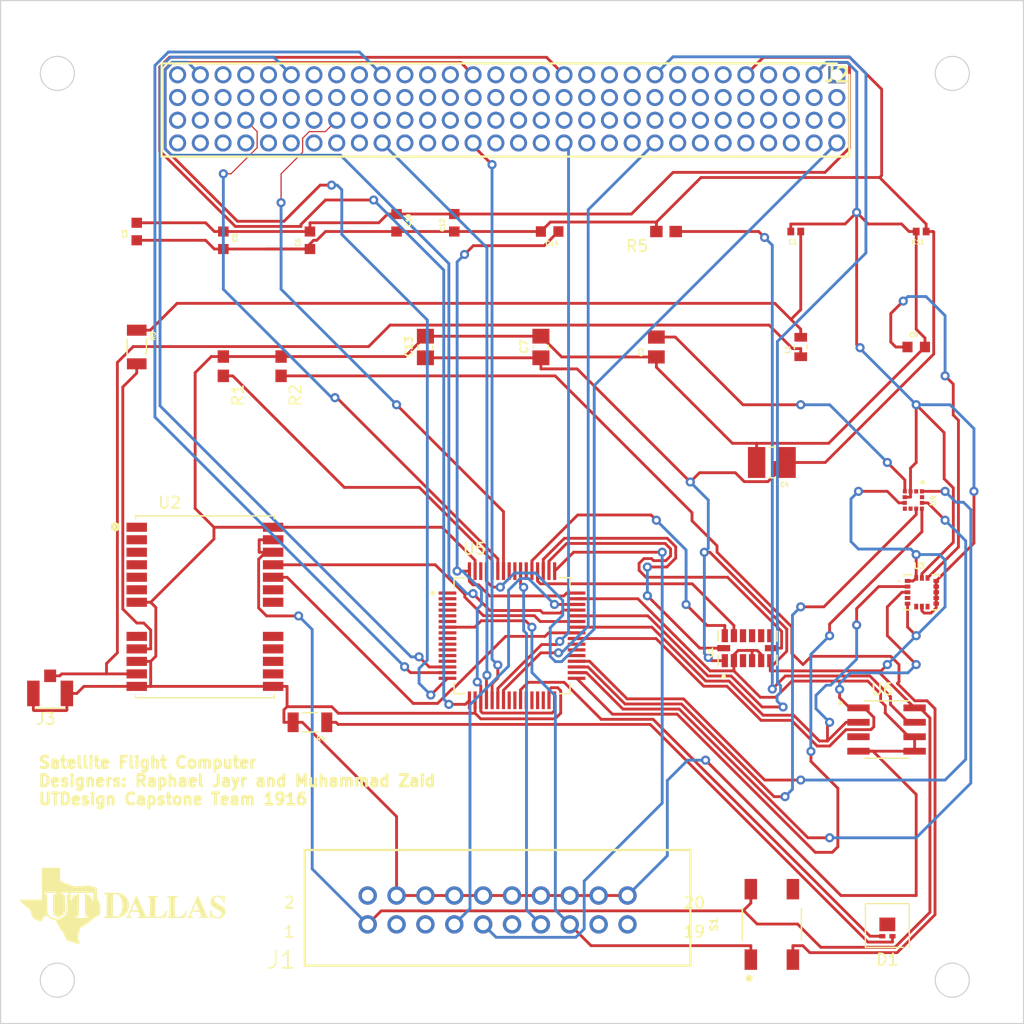
<source format=kicad_pcb>
(kicad_pcb (version 20221018) (generator pcbnew)
  (layers (0 "F.Cu" signal) (31 "B.Cu" signal) (34 "B.Paste" user) (35 "F.Paste" user) (36 "B.SilkS" user "B.Silkscreen") (37 "F.SilkS" user "F.Silkscreen") (38 "B.Mask" user) (39 "F.Mask" user) (44 "Edge.Cuts" user))
  (net 0 "")
  (net 1 "Net-(C1-Pad1)")
  (net 2 "GND")
  (net 3 "3.3 V")
  (net 4 "Net-(U3-REGOUT)")
  (net 5 "Net-(C14-Pad1)")
  (net 6 "Net-(D1-A)")
  (net 7 "5 V")
  (net 13 "Phase Shifter 1")
  (net 17 "Phase Shifter 2")
  (net 21 "Phase Shifter 3")
  (net 25 "Phase Shifter 4")
  (net 29 "MODEM RESET")
  (net 33 "Net-(D1-K)")
  (net 87 "Net-(U5-PB6{slash}TIM4_CH1{slash}HDMI_CEC{slash}I2C1_SCL{slash}USART1_TX{slash}CAN2_TX{slash}QUADSPI_BK1_NCS{slash}FMC_SDNE1{slash}DCMI_D5{slash}EVENTOUT)")
  (net 91 "Net-(U5-PB7{slash}TIM4_CH2{slash}I2C1_SDA{slash}USART1_RX{slash}SPDIFRX_IN0{slash}FMC_NL{slash}DCMI_VSYNC{slash}EVENTOUT)")
  (net 95 "TRX")
  (net 103 "CC1120 (MOSI)")
  (net 107 "CC1120 (MISO)")
  (net 111 "CC1120 (SCK)")
  (net 115 "CC1120 (NSS{slash}CS)")
  (net 125 "Net-(J3-SIG)")
  (net 126 "Net-(U5-BOOT0)")
  (net 127 "Net-(R2-Pad2)")
  (net 128 "Net-(U2-VCC_RF)")
  (net 129 "MPPT OUTPUT (PWM)")
  (net 130 "Net-(U5-NRST)")
  (net 133 "Net-(U1-~{CS})")
  (net 138 "Net-(U1-SDO{slash}ALT_ADDRESS)")
  (net 139 "Net-(U1-SDA{slash}SDI{slash}SDIO)")
  (net 140 "Net-(U1-SCL{slash}SCLK)")
  (net 151 "Net-(U2-TXD{slash}SPI_MISO)")
  (net 152 "Net-(U2-RXD{slash}SPI_MOSI)")
  (net 153 "Net-(U3-SCL{slash}SPC)")
  (net 154 "Net-(U3-SDA{slash}SDI)")
  (net 174 "Net-(U5-PA13{slash}JTMS-SWDIO{slash}EVENTOUT)")
  (net 179 "Net-(U5-PA14{slash}JTCK-SWCLK{slash}EVENTOUT)")
  (net 180 "Net-(U5-PB3(JTDO{slash}TRACESWO){slash}JTDO{slash}TRACESWO{slash}TIM2_CH2{slash}I2C2_SDA{slash}SPI1_SCK{slash}I2S1_CK{slash}SPI3_SCK{slash}I2S3_CK{slash}EVENTOUT)")
  (net 187 "Net-(U4-C1)")
  (net 188 "Net-(U6-A0)")
  (net 189 "Net-(U4-SCL{slash}SPC)")
  (net 193 "Net-(U4-SDO{slash}SA1)")
  (net 194 "Net-(U4-CS)")
  (net 195 "Net-(U4-SDA{slash}SDI{slash}SDO)")
  (footprint "LOGO" (layer "F.Cu") (at 123.472026 127.770115)
    (fp_text reference "G***" hide)
    (fp_text value "LOGO" hide)
  )
  (footprint "CUBESAT:Capacitor10nf" (layer "F.Cu") (at 193.477 68.58 180)
    (fp_text reference "C11")
    (fp_text value "10nF")
  )
  (footprint "LED_SMD:LED-L1T2_LUMILEDS" (layer "F.Cu") (at 190.5 130.06)
    (fp_text reference "D1")
    (fp_text value "LED")
  )
  (footprint "CUBESAT:Button" (layer "F.Cu") (at 180.34 129.54 90)
    (fp_text reference "S1")
    (fp_text value "SKQGAFE010")
  )
  (footprint "CUBESAT:Capacitor0-47uf" (layer "F.Cu") (at 193.04 78.74)
    (fp_text reference "C9")
    (fp_text value "0.47uF")
  )
  (footprint "CUBESAT:MAGNETOMETER" (layer "F.Cu") (at 192.79 92.2025 -90)
    (fp_text reference "U4")
    (fp_text value "MAGNETOMETER")
  )
  (footprint "CUBESAT:Capacitor100nf" (layer "F.Cu") (at 152.4 67.81 90)
    (fp_text reference "C12")
    (fp_text value "100nF")
  )
  (footprint "CUBESAT:Capacitor2-2uf" (layer "F.Cu") (at 160.02 78.74 90)
    (fp_text reference "C7")
    (fp_text value "2.2uF")
  )
  (footprint "CUBESAT:Capacitor100nf" (layer "F.Cu") (at 147.32 67.81 -90)
    (fp_text reference "C10")
    (fp_text value "100nF")
  )
  (footprint "CUBESAT:Capacitor100nf" (layer "F.Cu") (at 139.7 69.35 90)
    (fp_text reference "C6")
    (fp_text value "100nF")
  )
  (footprint "CUBESAT:Temp" (layer "F.Cu") (at 190.43 112.395)
    (fp_text reference "U6")
    (fp_text value "LM75AIM_NOPB")
  )
  (footprint "CUBESAT:Capacitor100nf" (layer "F.Cu") (at 160.79 68.58 180)
    (fp_text reference "C14")
    (fp_text value "100nF")
  )
  (footprint "CUBESAT:Capacitor100nf" (layer "F.Cu") (at 132.08 69.35 -90)
    (fp_text reference "C5")
    (fp_text value "100nF")
  )
  (footprint "CUBESAT:STM32" (layer "F.Cu") (at 157.48 104.14)
    (fp_text reference "U5")
    (fp_text value "STM32F446RET6")
  )
  (footprint "CUBESAT:Resistor10kO" (layer "F.Cu") (at 137.16 80.43 -90)
    (fp_text reference "R2")
    (fp_text value "10k")
  )
  (footprint "CUBESAT:Capacitor2-2uf" (layer "F.Cu") (at 149.86 78.74 90)
    (fp_text reference "C13")
    (fp_text value "2.2uF")
  )
  (footprint "CUBESAT:UFL" (layer "F.Cu") (at 116.84 109.22 180)
    (fp_text reference "J3")
    (fp_text value "U.FL-R-SMT_01_" hide)
  )
  (footprint "CUBESAT:Accelerometer" (layer "F.Cu") (at 178.2 105.2375 90)
    (fp_text reference "U1")
    (fp_text value "ADXL345BCCZ")
  )
  (footprint "CUBESAT:DEBUGGER" (layer "F.Cu") (at 156.21 128.08)
    (fp_text reference "J1")
    (fp_text value "DEBUGGER")
  )
  (footprint "CUBESAT:Inductor27nH" (layer "F.Cu") (at 182.88 78.74 90)
    (fp_text reference "L1")
    (fp_text value "27 nH")
  )
  (footprint "CUBESAT:GPS" (layer "F.Cu") (at 130.46 101.6)
    (fp_text reference "U2")
    (fp_text value "NEO-M8N-0")
  )
  (footprint "CUBESAT:Resistor10kO" (layer "F.Cu") (at 171.03 68.58 180)
    (fp_text reference "R5")
    (fp_text value "10k")
  )
  (footprint "CUBESAT:Capacitor100nf" (layer "F.Cu") (at 124.46 68.58 90)
    (fp_text reference "C3")
    (fp_text value "100nF")
  )
  (footprint "CUBESAT:Resistor10kO" (layer "F.Cu") (at 132.08 80.43 -90)
    (fp_text reference "R1")
    (fp_text value "10k")
  )
  (footprint "CUBESAT:Gyroscope" (layer "F.Cu") (at 193.54 100.32)
    (fp_text reference "U3")
    (fp_text value "IAM-20380")
  )
  (footprint "CUBESAT:PC104" (layer "F.Cu") (at 186.055 54.789)
    (fp_text reference "J2")
    (fp_text value "M22-6003005" hide)
  )
  (footprint "CUBESAT:Capacitor220nf" (layer "F.Cu") (at 170.18 78.74 90)
    (fp_text reference "C2")
    (fp_text value "220 nF")
  )
  (footprint "CUBESAT:Capacitor10uf" (layer "F.Cu") (at 180.34 88.9 180)
    (fp_text reference "C4")
    (fp_text value "10uF")
  )
  (footprint "CUBESAT:Resistor300O" (layer "F.Cu") (at 139.7 111.76 180)
    (fp_text reference "R4")
    (fp_text value "300")
  )
  (footprint "CUBESAT:Resistor10O" (layer "F.Cu") (at 124.46 78.74 -90)
    (fp_text reference "R3")
    (fp_text value "10")
  )
  (footprint "CUBESAT:Capacitor10nf" (layer "F.Cu") (at 182.443 68.58 180)
    (fp_text reference "C1")
    (fp_text value "10 nF")
  )
  (gr_circle locked (center 117.475 134.449) (end 118.975 134.449) (stroke (width 0.1)) (fill none) (layer "Edge.Cuts"))
  (gr_circle locked (center 196.215 134.449) (end 197.715 134.449) (stroke (width 0.1)) (fill none) (layer "Edge.Cuts"))
  (gr_circle locked (center 196.215 54.669) (end 197.715 54.669) (stroke (width 0.1)) (fill none) (layer "Edge.Cuts"))
  (gr_rect locked (start 112.48 48.26) (end 202.48 138.26) (stroke (width 0.1)) (fill none) (layer "Edge.Cuts"))
  (gr_circle locked (center 117.475 54.669) (end 118.975 54.669) (stroke (width 0.1)) (fill none) (layer "Edge.Cuts"))
  (gr_text "Satellite Flight Computer\nDesigners: Raphael Jayr and Muhammad Zaid\nUTDesign Capstone Team 1916\n" (at 115.7 119.1) (layer "F.SilkS") (effects (font (size 1 1) (thickness 0.25) bold) (justify left bottom)))
  (segment (start 182.88 77.885) (end 182.88 77.1731) (width 0.25) (layer "F.Cu") (net 1))
  (segment (start 180.6069 74.9) (end 128.0119 74.9) (width 0.25) (layer "F.Cu") (net 1))
  (segment (start 182.0211 76.3142) (end 182.88 75.4553) (width 0.25) (layer "F.Cu") (net 1))
  (segment (start 182.88 77.1731) (end 182.0211 76.3142) (width 0.25) (layer "F.Cu") (net 1))
  (segment (start 125.6519 77.26) (end 124.46 77.26) (width 0.25) (layer "F.Cu") (net 1))
  (segment (start 182.0211 76.3142) (end 180.6069 74.9) (width 0.25) (layer "F.Cu") (net 1))
  (segment (start 182.88 75.4553) (end 182.88 68.58) (width 0.25) (layer "F.Cu") (net 1))
  (segment (start 128.0119 74.9) (end 125.6519 77.26) (width 0.25) (layer "F.Cu") (net 1))
  (segment (start 154.718 111.4532) (end 154.23 110.9652) (width 0.25) (layer "F.Cu") (net 2))
  (segment (start 125.6869 108.6) (end 125.6869 106.4) (width 0.25) (layer "F.Cu") (net 2))
  (segment (start 178.999 87.2146) (end 178.999 87.2131) (width 0.25) (layer "F.Cu") (net 2))
  (segment (start 137.16 79.58) (end 132.08 79.58) (width 0.25) (layer "F.Cu") (net 2))
  (segment (start 174.8993 107.2344) (end 177 107.2344) (width 0.25) (layer "F.Cu") (net 2))
  (segment (start 125.6869 108.6) (end 124.46 108.6) (width 0.25) (layer "F.Cu") (net 2))
  (segment (start 182.102205 108.1344) (end 180.678605 109.558) (width 0.25) (layer "F.Cu") (net 2))
  (segment (start 188.8181 67.9181) (end 191.7512 67.9181) (width 0.25) (layer "F.Cu") (net 2))
  (segment (start 193.04 83.82) (end 193.62 84.4) (width 0.25) (layer "F.Cu") (net 2))
  (segment (start 115.4212 110.7281) (end 118.2588 110.7281) (width 0.25) (layer "F.Cu") (net 2))
  (segment (start 194.8 100.32) (end 194.8 100.82) (width 0.25) (layer "F.Cu") (net 2))
  (segment (start 131.2531 95.6338) (end 131.2531 94.6) (width 0.25) (layer "F.Cu") (net 2))
  (segment (start 187.1705 61.2225) (end 187.1705 53.8751) (width 0.25) (layer "F.Cu") (net 2))
  (segment (start 154.23 97.5049) (end 151.3251 94.6) (width 0.25) (layer "F.Cu") (net 2))
  (segment (start 193.04 77.1781) (end 193.04 68.58) (width 0.25) (layer "F.Cu") (net 2))
  (segment (start 178.5985 105.4356) (end 177.3766 105.4356) (width 0.25) (layer "F.Cu") (net 2))
  (segment (start 131.2881 68.58) (end 130.5181 67.81) (width 0.25) (layer "F.Cu") (net 2))
  (segment (start 193.62 84.4) (end 195.5 86.28) (width 0.25) (layer "F.Cu") (net 2))
  (segment (start 154.23 98.46) (end 154.23 97.5049) (width 0.25) (layer "F.Cu") (net 2))
  (segment (start 118.315 109.22) (end 118.315 110.6719) (width 0.25) (layer "F.Cu") (net 2))
  (segment (start 171.6486 63.3755) (end 185.0175 63.3755) (width 0.25) (layer "F.Cu") (net 2))
  (segment (start 160.02 127) (end 157.48 127) (width 0.25) (layer "F.Cu") (net 2))
  (segment (start 184.6829 54.1611) (end 184.055 54.789) (width 0.25) (layer "F.Cu") (net 2))
  (segment (start 193.738582 102.15) (end 194.341418 102.15) (width 0.25) (layer "F.Cu") (net 2))
  (segment (start 193.04 127) (end 193.04 118.11) (width 0.25) (layer "F.Cu") (net 2))
  (segment (start 194.8 99.82) (end 194.8 100.32) (width 0.25) (layer "F.Cu") (net 2))
  (segment (start 118.2588 110.7281) (end 118.315 110.6719) (width 0.25) (layer "F.Cu") (net 2))
  (segment (start 187.1705 53.8751) (end 187.0075 53.7121) (width 0.25) (layer "F.Cu") (net 2))
  (segment (start 179.3236 109.558) (end 177 107.2344) (width 0.25) (layer "F.Cu") (net 2))
  (segment (start 161.4939 108.713) (end 161.7606 108.9797) (width 0.25) (layer "F.Cu") (net 2))
  (segment (start 161.7606 108.9797) (end 161.7606 110.9515) (width 0.25) (layer "F.Cu") (net 2))
  (segment (start 124.46 108.6) (end 119.8119 108.6) (width 0.25) (layer "F.Cu") (net 2))
  (segment (start 138.22 111.76) (end 139.0319 111.76) (width 0.25) (layer "F.Cu") (net 2))
  (segment (start 192.5275 91.9525) (end 192.54 91.94) (width 0.25) (layer "F.Cu") (net 2))
  (segment (start 139.7 68.58) (end 139.7 67.8081) (width 0.25) (layer "F.Cu") (net 2))
  (segment (start 163.16 100.89) (end 168.5549 100.89) (width 0.25) (layer "F.Cu") (net 2))
  (segment (start 178.999 87.2131) (end 185.3369 87.2131) (width 0.25) (layer "F.Cu") (net 2))
  (segment (start 193.54 101.951418) (end 193.738582 102.15) (width 0.25) (layer "F.Cu") (net 2))
  (segment (start 186.4215 127) (end 193.04 127) (width 0.25) (layer "F.Cu") (net 2))
  (segment (start 192.0275 91.9525) (end 192.5275 91.9525) (width 0.25) (layer "F.Cu") (net 2))
  (segment (start 193.04 88.9) (end 193.04 83.82) (width 0.25) (layer "F.Cu") (net 2))
  (segment (start 149.86 77.79) (end 160.02 77.79) (width 0.25) (layer "F.Cu") (net 2))
  (segment (start 136.46 108.6) (end 125.6869 108.6) (width 0.25) (layer "F.Cu") (net 2))
  (segment (start 196.305 91.139695) (end 196.305 95.923582) (width 0.25) (layer "F.Cu") (net 2))
  (segment (start 193.04 88.9) (end 192.54 89.4) (width 0.25) (layer "F.Cu") (net 2))
  (segment (start 190.3004 110.9301) (end 190.3241 110.9064) (width 0.25) (layer "F.Cu") (net 2))
  (segment (start 139.7 67.8081) (end 145.76 67.8081) (width 0.25) (layer "F.Cu") (net 2))
  (segment (start 195.5 86.28) (end 195.5 90.334695) (width 0.25) (layer "F.Cu") (net 2))
  (segment (start 194.8 99.82) (end 194.8 99.32) (width 0.25) (layer "F.Cu") (net 2))
  (segment (start 178.999 88.9) (end 178.999 87.3265) (width 0.25) (layer "F.Cu") (net 2))
  (segment (start 192.9 114.3) (end 187.96 114.3) (width 0.25) (layer "F.Cu") (net 2))
  (segment (start 179.4 105.7841) (end 179.4 106.335) (width 0.25) (layer "F.Cu") (net 2))
  (segment (start 187.8 66.9) (end 188.8181 67.9181) (width 0.25) (layer "F.Cu") (net 2))
  (segment (start 189.909102 109.265498) (end 188.778004 108.1344) (width 0.25) (layer "F.Cu") (net 2))
  (segment (start 170.18 79.615) (end 161.845 79.615) (width 0.25) (layer "F.Cu") (net 2))
  (segment (start 190.885 81.665) (end 193.81 78.74) (width 0.25) (layer "F.Cu") (net 2))
  (segment (start 131.02 79.58) (end 132.08 79.58) (width 0.25) (layer "F.Cu") (net 2))
  (segment (start 126.1388 105.9481) (end 126.1388 101.6519) (width 0.25) (layer "F.Cu") (net 2))
  (segment (start 115.365 109.22) (end 115.365 110.6719) (width 0.25) (layer "F.Cu") (net 2))
  (segment (start 188.778004 108.1344) (end 182.102205 108.1344) (width 0.25) (layer "F.Cu") (net 2))
  (segment (start 124.856 67.81) (end 125.2519 67.81) (width 0.25) (layer "F.Cu") (net 2))
  (segment (start 178.6 105.549) (end 178.6 105.4371) (width 0.25) (layer "F.Cu") (net 2))
  (segment (start 187.8 66.9) (end 186.7819 67.9181) (width 0.25) (layer "F.Cu") (net 2))
  (segment (start 193.54 101.58) (end 193.54 101.951418) (width 0.25) (layer "F.Cu") (net 2))
  (segment (start 137.9869 79.58) (end 148.07 79.58) (width 0.25) (layer "F.Cu") (net 2))
  (segment (start 137.4081 111.76) (end 137.4081 110.666) (width 0.25) (layer "F.Cu") (net 2))
  (segment (start 152.4 127) (end 149.86 127) (width 0.25) (layer "F.Cu") (net 2))
  (segment (start 125.6869 101.2) (end 131.2531 95.6338) (width 0.25) (layer "F.Cu") (net 2))
  (segment (start 174.508099 115.091901) (end 174.513401 115.091901) (width 0.25) (layer "F.Cu") (net 2))
  (segment (start 168.5549 100.89) (end 174.8993 107.2344) (width 0.25) (layer "F.Cu") (net 2))
  (segment (start 192.9 113.03) (end 192.4002 113.03) (width 0.25) (layer "F.Cu") (net 2))
  (segment (start 142.1975 110.9652) (end 141.6195 110.3872) (width 0.25) (layer "F.Cu") (net 2))
  (segment (start 141.6195 110.3872) (end 137.6869 110.3872) (width 0.25) (layer "F.Cu") (net 2))
  (segment (start 193.81 78.344) (end 193.81 78.74) (width 0.25) (layer "F.Cu") (net 2))
  (segment (start 125.6869 101.2) (end 124.46 101.2) (width 0.25) (layer "F.Cu") (net 2))
  (segment (start 161.7606 110.9515) (end 161.2589 111.4532) (width 0.25) (layer "F.Cu") (net 2))
  (segment (start 189.23 114.3) (end 187.96 114.3) (width 0.25) (layer "F.Cu") (net 2))
  (segment (start 184.7207 54.161) (end 184.7207 54.1611) (width 0.25) (layer "F.Cu") (net 2))
  (segment (start 126.1388 101.6519) (end 125.6869 101.2) (width 0.25) (layer "F.Cu") (net 2))
  (segment (start 193.81 78.344) (end 193.81 77.9481) (width 0.25) (layer "F.Cu") (net 2))
  (segment (start 192.9 113.03) (end 192.9 114.3) (width 0.25) (layer "F.Cu") (net 2))
  (segment (start 131.2531 94.6) (end 129.6 92.9469) (width 0.25) (layer "F.Cu") (net 2))
  (segment (start 129.6 92.9469) (end 129.6 81) (width 0.25) (layer "F.Cu") (net 2))
  (segment (start 198.12 96) (end 198.12 91.44) (width 0.25) (layer "F.Cu") (net 2))
  (segment (start 177.3766 105.4356) (end 177 105.8122) (width 0.25) (layer "F.Cu") (net 2))
  (segment (start 124.856 67.81) (end 124.46 67.81) (width 0.25) (layer "F.Cu") (net 2))
  (segment (start 137.0735 108.6) (end 136.46 108.6) (width 0.25) (layer "F.Cu") (net 2))
  (segment (start 194.8 100.82) (end 194.8 101.32) (width 0.25) (layer "F.Cu") (net 2))
  (segment (start 161.845 79.615) (end 160.02 77.79) (width 0.25) (layer "F.Cu") (net 2))
  (segment (start 189.8983 109.8784) (end 189.909102 109.867598) (width 0.25) (layer "F.Cu") (net 2))
  (segment (start 137.6869 110.3872) (end 137.6869 108.6) (width 0.25) (layer "F.Cu") (net 2))
  (segment (start 177 106.335) (end 177 107.2344) (width 0.25) (layer "F.Cu") (net 2))
  (segment (start 179.0515 105.4356) (end 179.4 105.7841) (width 0.25) (layer "F.Cu") (net 2))
  (segment (start 115.365 110.6719) (end 115.4212 110.7281) (width 0.25) (layer "F.Cu") (net 2))
  (segment (start 178.6 105.4356) (end 179.0515 105.4356) (width 0.25) (layer "F.Cu") (net 2))
  (segment (start 145.76 67.8081) (end 146.5281 67.04) (width 0.25) (layer "F.Cu") (net 2))
  (segment (start 119.8119 108.6) (end 119.1919 109.22) (width 0.25) (layer "F.Cu") (net 2))
  (segment (start 190.3241 110.9064) (end 190.3241 110.3042) (width 0.25) (layer "F.Cu") (net 2))
  (segment (start 149.86 127) (end 147.32 127) (width 0.25) (layer "F.Cu") (net 2))
  (segment (start 178.6 105.4371) (end 178.6 105.4356) (width 0.25) (layer "F.Cu") (net 2))
  (segment (start 178.6 105.4371) (end 178.5985 105.4356) (width 0.25) (layer "F.Cu") (net 2))
  (segment (start 193.54 98.688582) (end 193.54 99.06) (width 0.25) (layer "F.Cu") (net 2))
  (segment (start 137.0735 108.6) (end 137.6869 108.6) (width 0.25) (layer "F.Cu") (net 2))
  (segment (start 136.46 94.6) (end 137.6869 94.6) (width 0.25) (layer "F.Cu") (net 2))
  (segment (start 192.4131 68.58) (end 193.04 68.58) (width 0.25) (layer "F.Cu") (net 2))
  (segment (start 124.46 106.4) (end 125.6869 106.4) (width 0.25) (layer "F.Cu") (net 2))
  (segment (start 185.3369 87.2131) (end 190.885 81.665) (width 0.25) (layer "F.Cu") (net 2))
  (segment (start 162.56 127) (end 160.02 127) (width 0.25) (layer "F.Cu") (net 2))
  (segment (start 154.94 127) (end 152.4 127) (width 0.25) (layer "F.Cu") (net 2))
  (segment (start 118.315 109.22) (end 119.1919 109.22) (width 0.25) (layer "F.Cu") (net 2))
  (segment (start 161.2589 111.4532) (end 154.718 111.4532) (width 0.25) (layer "F.Cu") (net 2))
  (segment (start 191.7512 67.9181) (end 192.4131 68.58) (width 0.25) (layer "F.Cu") (net 2))
  (segment (start 152.4 67.04) (end 167.9841 67.04) (width 0.25) (layer "F.Cu") (net 2))
  (segment (start 193.04 118.11) (end 189.23 114.3) (width 0.25) (layer "F.Cu") (net 2))
  (segment (start 147.32 120.0481) (end 139.0319 111.76) (width 0.25) (layer "F.Cu") (net 2))
  (segment (start 147.32 127) (end 147.32 120.0481) (width 0.25) (layer "F.Cu") (net 2))
  (segment (start 178.999 87.3265) (end 178.999 87.2146) (width 0.25) (layer "F.Cu") (net 2))
  (segment (start 196.305 95.923582) (end 193.54 98.688582) (width 0.25) (layer "F.Cu") (net 2))
  (segment (start 131.2531 94.6) (end 136.46 94.6) (width 0.25) (layer "F.Cu") (net 2))
  (segment (start 177 105.8122) (end 177 106.335) (width 0.25) (layer "F.Cu") (net 2))
  (segment (start 132.08 68.58) (end 131.2881 68.58) (width 0.25) (layer "F.Cu") (net 2))
  (segment (start 186.7819 67.9181) (end 182.006 67.9181) (width 0.25) (layer "F.Cu") (net 2))
  (segment (start 180.678605 109.558) (end 179.3236 109.558) (width 0.25) (layer "F.Cu") (net 2))
  (segment (start 194.8 101.32) (end 194.8 99.32) (width 0.25) (layer "F.Cu") (net 2))
  (segment (start 137.4081 110.666) (end 137.6869 110.3872) (width 0.25) (layer "F.Cu") (net 2))
  (segment (start 188.1 78.8) (end 187.8 78.5) (width 0.25) (layer "F.Cu") (net 2))
  (segment (start 147.32 67.04) (end 146.5281 67.04) (width 0.25) (layer "F.Cu") (net 2))
  (segment (start 165.1 127) (end 162.56 127) (width 0.25) (layer "F.Cu") (net 2))
  (segment (start 194.8 99.32) (end 198.12 96) (width 0.25) (layer "F.Cu") (net 2))
  (segment (start 182.006 67.9181) (end 182.006 68.58) (width 0.25) (layer "F.Cu") (net 2))
  (segment (start 154.23 109.82) (end 154.23 110.9652) (width 0.25) (layer "F.Cu") (net 2))
  (segment (start 187.0075 53.7121) (end 185.1696 53.7121) (width 0.25) (layer "F.Cu") (net 2))
  (segment (start 185.1696 53.7121) (end 184.7207 54.161) (width 0.25) (layer "F.Cu") (net 2))
  (segment (start 125.6869 106.4) (end 126.1388 105.9481) (width 0.25) (layer "F.Cu") (net 2))
  (segment (start 195.5 90.334695) (end 196.305 91.139695) (width 0.25) (layer "F.Cu") (net 2))
  (segment (start 160.73 109.82) (end 160.73 108.9169) (width 0.25) (layer "F.Cu") (net 2))
  (segment (start 129.6 81) (end 131.02 79.58) (width 0.25) (layer "F.Cu") (net 2))
  (segment (start 184.7207 54.1611) (end 184.6829 54.1611) (width 0.25) (layer "F.Cu") (net 2))
  (segment (start 193.81 77.9481) (end 193.04 77.1781) (width 0.25) (layer "F.Cu") (net 2))
  (segment (start 170.18 80.5219) (end 176.8712 87.2131) (width 0.25) (layer "F.Cu") (net 2))
  (segment (start 174.513401 115.091901) (end 186.4215 127) (width 0.25) (layer "F.Cu") (net 2))
  (segment (start 130.5181 67.81) (end 125.2519 67.81) (width 0.25) (layer "F.Cu") (net 2))
  (segment (start 157.48 127) (end 154.94 127) (width 0.25) (layer "F.Cu") (net 2))
  (segment (start 178.6 106.335) (end 178.6 105.549) (width 0.25) (layer "F.Cu") (net 2))
  (segment (start 194.341418 102.15) (end 194.8 101.691418) (width 0.25) (layer "F.Cu") (net 2))
  (segment (start 167.64 127) (end 165.1 127) (width 0.25) (layer "F.Cu") (net 2))
  (segment (start 167.9841 67.04) (end 171.6486 63.3755) (width 0.25) (layer "F.Cu") (net 2))
  (segment (start 192.54 91.94) (end 192.54 91.44) (width 0.25) (layer "F.Cu") (net 2))
  (segment (start 189.909102 109.867598) (end 189.909102 109.265498) (width 0.25) (layer "F.Cu") (net 2))
  (segment (start 138.22 111.76) (end 137.4081 111.76) (width 0.25) (layer "F.Cu") (net 2))
  (segment (start 176.8712 87.2131) (end 178.999 87.2131) (width 0.25) (layer "F.Cu") (net 2))
  (segment (start 194.8 101.691418) (end 194.8 101.32) (width 0.25) (layer "F.Cu") (net 2))
  (segment (start 192.4002 113.03) (end 190.3004 110.9301) (width 0.25) (layer "F.Cu") (net 2))
  (segment (start 170.18 79.615) (end 170.18 80.5219) (width 0.25) (layer "F.Cu") (net 2))
  (segment (start 160.9339 108.713) (end 161.4939 108.713) (width 0.25) (layer "F.Cu") (net 2))
  (segment (start 151.3251 94.6) (end 137.6869 94.6) (width 0.25) (layer "F.Cu") (net 2))
  (segment (start 154.23 110.9652) (end 142.1975 110.9652) (width 0.25) (layer "F.Cu") (net 2))
  (segment (start 148.07 79.58) (end 149.86 77.79) (width 0.25) (layer "F.Cu") (net 2))
  (segment (start 147.32 67.04) (end 152.4 67.04) (width 0.25) (layer "F.Cu") (net 2))
  (segment (start 190.3241 110.3042) (end 189.8983 109.8784) (width 0.25) (layer "F.Cu") (net 2))
  (segment (start 192.54 89.4) (end 192.54 91.44) (width 0.25) (layer "F.Cu") (net 2))
  (segment (start 187.8 78.5) (end 187.8 66.9) (width 0.25) (layer "F.Cu") (net 2))
  (segment (start 160.73 108.9169) (end 160.9339 108.713) (width 0.25) (layer "F.Cu") (net 2))
  (segment (start 185.0175 63.3755) (end 187.1705 61.2225) (width 0.25) (layer "F.Cu") (net 2))
  (segment (start 132.08 68.58) (end 139.7 68.58) (width 0.25) (layer "F.Cu") (net 2))
  (segment (start 137.16 79.58) (end 137.9869 79.58) (width 0.25) (layer "F.Cu") (net 2))
  (via (at 174.508099 115.091901) (size 0.8) (drill 0.4) (layers "F.Cu" "B.Cu") (net 2))
  (via (at 193.04 83.82) (size 0.8) (drill 0.4) (layers "F.Cu" "B.Cu") (net 2))
  (via (at 188.1 78.8) (size 0.8) (drill 0.4) (layers "F.Cu" "B.Cu") (net 2))
  (via (at 198.12 91.44) (size 0.8) (drill 0.4) (layers "F.Cu" "B.Cu") (net 2))
  (via (at 187.8 66.9) (size 0.8) (drill 0.4) (layers "F.Cu" "B.Cu") (net 2))
  (segment (start 187.8122 66.8878) (end 187.8122 54.5351) (width 0.25) (layer "B.Cu") (net 2))
  (segment (start 196.02 83.82) (end 193.04 83.82) (width 0.25) (layer "B.Cu") (net 2))
  (segment (start 198.12 91.44) (end 198.12 85.92) (width 0.25) (layer "B.Cu") (net 2))
  (segment (start 174.508099 115.091901) (end 172.929599 115.091901) (width 0.25) (layer "B.Cu") (net 2))
  (segment (start 172.929599 115.091901) (end 171.1426 116.8789) (width 0.25) (layer "B.Cu") (net 2))
  (segment (start 186.9701 53.693) (end 185.151 53.693) (width 0.25) (layer "B.Cu") (net 2))
  (segment (start 187.8 66.9) (end 187.8122 66.8878) (width 0.25) (layer "B.Cu") (net 2))
  (segment (start 187.8122 54.5351) (end 186.9701 53.693) (width 0.25) (layer "B.Cu") (net 2))
  (segment (start 171.1426 116.8789) (end 171.1426 123.4974) (width 0.25) (layer "B.Cu") (net 2))
  (segment (start 185.151 53.693) (end 184.055 54.789) (width 0.25) (layer "B.Cu") (net 2))
  (segment (start 198.12 85.92) (end 196.02 83.82) (width 0.25) (layer "B.Cu") (net 2))
  (segment (start 171.1426 123.4974) (end 167.64 127) (width 0.25) (layer "B.Cu") (net 2))
  (segment (start 188.1 78.88) (end 193.04 83.82) (width 0.25) (layer "B.Cu") (net 2))
  (segment (start 188.1 78.8) (end 188.1 78.88) (width 0.25) (layer "B.Cu") (net 2))
  (segment (start 178.49 127.6669) (end 177.8869 128.27) (width 0.25) (layer "F.Cu") (net 3))
  (segment (start 177.8869 128.27) (end 177.8869 128.3494) (width 0.25) (layer "F.Cu") (net 3))
  (segment (start 170.18 67.7896) (end 170.18 67.7531) (width 0.25) (layer "F.Cu") (net 3))
  (segment (start 124.46 69.35) (end 130.5181 69.35) (width 0.25) (layer "F.Cu") (net 3))
  (segment (start 140.0186 69.3519) (end 140.3004 69.3519) (width 0.25) (layer "F.Cu") (net 3))
  (segment (start 180.381 106.7801) (end 180.2 106.7801) (width 0.25) (layer "F.Cu") (net 3))
  (segment (start 191.515 92.4525) (end 192.0275 92.4525) (width 0.25) (layer "F.Cu") (net 3))
  (segment (start 180.2 106.7801) (end 180.2 107.2344) (width 0.25) (layer "F.Cu") (net 3))
  (segment (start 135.7977 96.8) (end 135.8487 96.8) (width 0.25) (layer "F.Cu") (net 3))
  (segment (start 149.86 79.69) (end 160.02 79.69) (width 0.25) (layer "F.Cu") (net 3))
  (segment (start 194.2453 111.3737) (end 194.2453 128.4812) (width 0.25) (layer "F.Cu") (net 3))
  (segment (start 135.2331 95.7) (end 135.2331 96.8) (width 0.25) (layer "F.Cu") (net 3))
  (segment (start 194.5819 68.621) (end 194.5819 79.3573) (width 0.25) (layer "F.Cu") (net 3))
  (segment (start 144.78 129.54) (end 145.9706 128.3494) (width 0.25) (layer "F.Cu") (net 3))
  (segment (start 135.89 70.12) (end 139.7 70.12) (width 0.25) (layer "F.Cu") (net 3))
  (segment (start 131.6841 70.12) (end 131.2881 70.12) (width 0.25) (layer "F.Cu") (net 3))
  (segment (start 135.1858 101.7043) (end 135.1858 97.4119) (width 0.25) (layer "F.Cu") (net 3))
  (segment (start 135.8487 96.8) (end 135.2331 96.8) (width 0.25) (layer "F.Cu") (net 3))
  (segment (start 192.78 99.32) (end 193.04 99.06) (width 0.25) (layer "F.Cu") (net 3))
  (segment (start 160.02 80.6669) (end 163.2123 80.6669) (width 0.25) (layer "F.Cu") (net 3))
  (segment (start 141.0723 68.58) (end 147.32 68.58) (width 0.25) (layer "F.Cu") (net 3))
  (segment (start 189.9456 107.2344) (end 190.5 106.68) (width 0.25) (layer "F.Cu") (net 3))
  (segment (start 185.0392 88.9) (end 181.681 88.9) (width 0.25) (layer "F.Cu") (net 3))
  (segment (start 170.18 67.7896) (end 170.137 67.7466) (width 0.25) (layer "F.Cu") (net 3))
  (segment (start 136.1101 95.7) (end 136.46 95.7) (width 0.25) (layer "F.Cu") (net 3))
  (segment (start 140.3004 69.3519) (end 141.0723 68.58) (width 0.25) (layer "F.Cu") (net 3))
  (segment (start 135.8815 102.4) (end 135.1858 101.7043) (width 0.25) (layer "F.Cu") (net 3))
  (segment (start 193.3616 110.49) (end 194.2453 111.3737) (width 0.25) (layer "F.Cu") (net 3))
  (segment (start 184.6433 131.5537) (end 182.5987 129.5091) (width 0.25) (layer "F.Cu") (net 3))
  (segment (start 135.1858 97.4119) (end 135.7977 96.8) (width 0.25) (layer "F.Cu") (net 3))
  (segment (start 178.49 127.0534) (end 178.49 127.6669) (width 0.25) (layer "F.Cu") (net 3))
  (segment (start 178.49 127.0534) (end 178.49 126.44) (width 0.25) (layer "F.Cu") (net 3))
  (segment (start 181.6488 105.5123) (end 180.381 106.7801) (width 0.25) (layer "F.Cu") (net 3))
  (segment (start 131.6841 70.12) (end 132.08 70.12) (width 0.25) (layer "F.Cu") (net 3))
  (segment (start 136.1101 95.7) (end 135.2331 95.7) (width 0.25) (layer "F.Cu") (net 3))
  (segment (start 170.137 67.7466) (end 160.8534 67.7466) (width 0.25) (layer "F.Cu") (net 3))
  (segment (start 187.6209 63.8274) (end 174.1057 63.8274) (width 0.25) (layer "F.Cu") (net 3))
  (segment (start 177.909 90.585) (end 177.124 89.8) (width 0.25) (layer "F.Cu") (net 3))
  (segment (start 160.02 79.69) (end 160.02 80.6669) (width 0.25) (layer "F.Cu") (net 3))
  (segment (start 179.996 90.585) (end 177.909 90.585) (width 0.25) (layer "F.Cu") (net 3))
  (segment (start 135.89 70.12) (end 139.2505 70.12) (width 0.25) (layer "F.Cu") (net 3))
  (segment (start 187.9625 91.4375) (end 190.5 91.4375) (width 0.25) (layer "F.Cu") (net 3))
  (segment (start 182.5987 129.5091) (end 179.0466 129.5091) (width 0.25) (layer "F.Cu") (net 3))
  (segment (start 187.6224 63.8259) (end 189.8218 63.8259) (width 0.25) (layer "F.Cu") (net 3))
  (segment (start 194.5409 68.58) (end 194.5819 68.621) (width 0.25) (layer "F.Cu") (net 3))
  (segment (start 180.5891 88.9) (end 180.5891 89.9919) (width 0.25) (layer "F.Cu") (net 3))
  (segment (start 174.1057 63.8274) (end 170.18 67.7531) (width 0.25) (layer "F.Cu") (net 3))
  (segment (start 177.124 89.8) (end 173.9786 89.8) (width 0.25) (layer "F.Cu") (net 3))
  (segment (start 193.04 99.06) (end 193.04 97) (width 0.25) (layer "F.Cu") (net 3))
  (segment (start 175.0278 106.335) (end 174.7482 106.0554) (width 0.25) (layer "F.Cu") (net 3))
  (segment (start 181.6488 103.5609) (end 181.6488 105.5123) (width 0.25) (layer "F.Cu") (net 3))
  (segment (start 190 56.0629) (end 190 63.6477) (width 0.25) (layer "F.Cu") (net 3))
  (segment (start 178.055 54.789) (end 179.5852 53.2588) (width 0.25) (layer "F.Cu") (net 3))
  (segment (start 160.8534 67.7466) (end 160.02 68.58) (width 0.25) (layer "F.Cu") (net 3))
  (segment (start 147.32 68.58) (end 152.4 68.58) (width 0.25) (layer "F.Cu") (net 3))
  (segment (start 187.6224 63.8259) (end 187.6209 63.8274) (width 0.25) (layer "F.Cu") (net 3))
  (segment (start 135.96 96.8) (end 136.46 96.8) (width 0.25) (layer "F.Cu") (net 3))
  (segment (start 189.6444 107.2344) (end 180.2 107.2344) (width 0.25) (layer "F.Cu") (net 3))
  (segment (start 193.914 68.58) (end 193.914 67.9181) (width 0.25) (layer "F.Cu") (net 3))
  (segment (start 145.9706 128.3494) (end 177.8869 128.3494) (width 0.25) (layer "F.Cu") (net 3))
  (segment (start 192.28 99.32) (end 192.78 99.32) (width 0.25) (layer "F.Cu") (net 3))
  (segment (start 192.28 101.32) (end 192.28 103.38) (width 0.25) (layer "F.Cu") (net 3))
  (segment (start 192.9 110.49) (end 193.3616 110.49) (width 0.25) (layer "F.Cu") (net 3))
  (segment (start 130.5181 69.35) (end 131.2881 70.12) (width 0.25) (layer "F.Cu") (net 3))
  (segment (start 163.2123 80.6669) (end 173.162 90.6166) (width 0.25) (layer "F.Cu") (net 3))
  (segment (start 193.914 68.58) (end 194.5409 68.58) (width 0.25) (layer "F.Cu") (net 3))
  (segment (start 193.914 67.9181) (end 189.8218 63.8259) (width 0.25) (layer "F.Cu") (net 3))
  (segment (start 191.1728 131.5537) (end 184.6433 131.5537) (width 0.25) (layer "F.Cu") (net 3))
  (segment (start 180.2 106.335) (end 180.2 106.7801) (width 0.25) (layer "F.Cu") (net 3))
  (segment (start 135.96 96.8) (end 135.8487 96.8) (width 0.25) (layer "F.Cu") (net 3))
  (segment (start 170.18 68.58) (end 170.18 67.884) (width 0.25) (layer "F.Cu") (net 3))
  (segment (start 192.28 103.38) (end 193.04 104.14) (width 0.25) (layer "F.Cu") (net 3))
  (segment (start 173.9786 89.8) (end 173.162 90.6166) (width 0.25) (layer "F.Cu") (net 3))
  (segment (start 174.8879 96.8) (end 181.6488 103.5609) (width 0.25) (layer "F.Cu") (net 3))
  (segment (start 187.1649 86.7743) (end 185.0392 88.9) (width 0.25) (layer "F.Cu") (net 3))
  (segment (start 179.5852 53.2588) (end 187.1959 53.2588) (width 0.25) (layer "F.Cu") (net 3))
  (segment (start 187.1959 53.2588) (end 190 56.0629) (width 0.25) (layer "F.Cu") (net 3))
  (segment (start 139.2505 70.12) (end 140.0186 69.3519) (width 0.25) (layer "F.Cu") (net 3))
  (segment (start 194.2453 128.4812) (end 191.1728 131.5537) (width 0.25) (layer "F.Cu") (net 3))
  (segment (start 189.6444 107.2344) (end 189.9456 107.2344) (width 0.25) (layer "F.Cu") (net 3))
  (segment (start 138.7 102.4) (end 135.8815 102.4) (width 0.25) (layer "F.Cu") (net 3))
  (segment (start 170.18 67.884) (end 170.18 67.7896) (width 0.25) (layer "F.Cu") (net 3))
  (segment (start 180.5891 89.9919) (end 179.996 90.585) (width 0.25) (layer "F.Cu") (net 3))
  (segment (start 152.4 68.58) (end 160.02 68.58) (width 0.25) (layer "F.Cu") (net 3))
  (segment (start 132.08 70.12) (end 135.89 70.12) (width 0.25) (layer "F.Cu") (net 3))
  (segment (start 174.4 96.8) (end 174.8879 96.8) (width 0.25) (layer "F.Cu") (net 3))
  (segment (start 179.0466 129.5091) (end 177.8869 128.3494) (width 0.25) (layer "F.Cu") (net 3))
  (segment (start 187.96 91.44) (end 187.9625 91.4375) (width 0.25) (layer "F.Cu") (net 3))
  (segment (start 190 63.6477) (end 189.8218 63.8259) (width 0.25) (layer "F.Cu") (net 3))
  (segment (start 181.681 88.9) (end 180.5891 88.9) (width 0.25) (layer "F.Cu") (net 3))
  (segment (start 192.9 110.49) (end 189.6444 107.2344) (width 0.25) (layer "F.Cu") (net 3))
  (segment (start 176.2 106.335) (end 175.0278 106.335) (width 0.25) (layer "F.Cu") (net 3))
  (segment (start 190.5 91.4375) (end 191.515 92.4525) (width 0.25) (layer "F.Cu") (net 3))
  (segment (start 194.5819 79.3573) (end 187.1649 86.7743) (width 0.25) (layer "F.Cu") (net 3))
  (via (at 174.7482 106.0554) (size 0.8) (drill 0.4) (layers "F.Cu" "B.Cu") (net 3))
  (via (at 187.96 91.44) (size 0.8) (drill 0.4) (layers "F.Cu" "B.Cu") (net 3))
  (via (at 190.5 106.68) (size 0.8) (drill 0.4) (layers "F.Cu" "B.Cu") (net 3))
  (via (at 174.4 96.8) (size 0.8) (drill 0.4) (layers "F.Cu" "B.Cu") (net 3))
  (via (at 193.04 97) (size 0.8) (drill 0.4) (layers "F.Cu" "B.Cu") (net 3))
  (via (at 138.7 102.4) (size 0.8) (drill 0.4) (layers "F.Cu" "B.Cu") (net 3))
  (via (at 193.04 104.14) (size 0.8) (drill 0.4) (layers "F.Cu" "B.Cu") (net 3))
  (via (at 173.162 90.6166) (size 0.8) (drill 0.4) (layers "F.Cu" "B.Cu") (net 3))
  (segment (start 139.9 124.66) (end 144.78 129.54) (width 0.25) (layer "B.Cu") (net 3))
  (segment (start 193.04 97) (end 195.1 97) (width 0.25) (layer "B.Cu") (net 3))
  (segment (start 195.1 97) (end 195.58 97.48) (width 0.25) (layer "B.Cu") (net 3))
  (segment (start 195.58 97.48) (end 195.58 101.6) (width 0.25) (layer "B.Cu") (net 3))
  (segment (start 195.58 101.6) (end 193.04 104.14) (width 0.25) (layer "B.Cu") (net 3))
  (segment (start 138.7 102.4) (end 139.9 103.6) (width 0.25) (layer "B.Cu") (net 3))
  (segment (start 174.4 105.7072) (end 174.7482 106.0554) (width 0.25) (layer "B.Cu") (net 3))
  (segment (start 190.5 106.68) (end 193.04 104.14) (width 0.25) (layer "B.Cu") (net 3))
  (segment (start 174.7482 96.4518) (end 174.7482 92.2028) (width 0.25) (layer "B.Cu") (net 3))
  (segment (start 174.7482 92.2028) (end 173.162 90.6166) (width 0.25) (layer "B.Cu") (net 3))
  (segment (start 187.3 95.86) (end 187.3 92.1) (width 0.25) (layer "B.Cu") (net 3))
  (segment (start 139.9 103.6) (end 139.9 124.66) (width 0.25) (layer "B.Cu") (net 3))
  (segment (start 193.04 97) (end 192.56 96.52) (width 0.25) (layer "B.Cu") (net 3))
  (segment (start 187.3 92.1) (end 187.96 91.44) (width 0.25) (layer "B.Cu") (net 3))
  (segment (start 174.4 96.8) (end 174.4 105.7072) (width 0.25) (layer "B.Cu") (net 3))
  (segment (start 187.96 96.52) (end 187.3 95.86) (width 0.25) (layer "B.Cu") (net 3))
  (segment (start 174.4 96.8) (end 174.7482 96.4518) (width 0.25) (layer "B.Cu") (net 3))
  (segment (start 192.56 96.52) (end 187.96 96.52) (width 0.25) (layer "B.Cu") (net 3))
  (segment (start 196.3 84.73) (end 196.3 82) (width 0.25) (layer "F.Cu") (net 4))
  (segment (start 190.8 78.3) (end 190.8 75.8) (width 0.25) (layer "F.Cu") (net 4))
  (segment (start 196.755 85.185) (end 196.3 84.73) (width 0.25) (layer "F.Cu") (net 4))
  (segment (start 192.27 78.74) (end 191.24 78.74) (width 0.25) (layer "F.Cu") (net 4))
  (segment (start 196.755 96.345) (end 196.755 85.185) (width 0.25) (layer "F.Cu") (net 4))
  (segment (start 190.8 75.8) (end 191.9 74.7) (width 0.25) (layer "F.Cu") (net 4))
  (segment (start 196.3 82) (end 195.58 81.28) (width 0.25) (layer "F.Cu") (net 4))
  (segment (start 191.24 78.74) (end 190.8 78.3) (width 0.25) (layer "F.Cu") (net 4))
  (segment (start 194.04 99.06) (end 196.755 96.345) (width 0.25) (layer "F.Cu") (net 4))
  (via (at 191.9 74.7) (size 0.8) (drill 0.4) (layers "F.Cu" "B.Cu") (net 4))
  (via (at 195.58 81.28) (size 0.8) (drill 0.4) (layers "F.Cu" "B.Cu") (net 4))
  (segment (start 191.9 74.7) (end 192.3 74.3) (width 0.25) (layer "B.Cu") (net 4))
  (segment (start 195.58 75.98) (end 195.58 81.28) (width 0.25) (layer "B.Cu") (net 4))
  (segment (start 192.3 74.3) (end 193.9 74.3) (width 0.25) (layer "B.Cu") (net 4))
  (segment (start 193.9 74.3) (end 195.58 75.98) (width 0.25) (layer "B.Cu") (net 4))
  (segment (start 154.533 99.6588) (end 155.5156 100.6414) (width 0.25) (layer "F.Cu") (net 5))
  (segment (start 154.73 109.82) (end 154.73 110.7884) (width 0.25) (layer "F.Cu") (net 5))
  (segment (start 153.3 70.6) (end 154.0759 69.8241) (width 0.25) (layer "F.Cu") (net 5))
  (segment (start 154.0319 99.6588) (end 154.533 99.6588) (width 0.25) (layer "F.Cu") (net 5))
  (segment (start 154.73 108.5201) (end 154.73 109.82) (width 0.25) (layer "F.Cu") (net 5))
  (segment (start 162.0377 100.6414) (end 162.2891 100.39) (width 0.25) (layer "F.Cu") (net 5))
  (segment (start 160.3159 69.8241) (end 161.56 68.58) (width 0.25) (layer "F.Cu") (net 5))
  (segment (start 155.5156 100.6414) (end 162.0377 100.6414) (width 0.25) (layer "F.Cu") (net 5))
  (segment (start 161.23 110.7201) (end 161.23 109.82) (width 0.25) (layer "F.Cu") (net 5))
  (segment (start 154.0759 69.8241) (end 160.3159 69.8241) (width 0.25) (layer "F.Cu") (net 5))
  (segment (start 154.8883 110.9467) (end 161.0034 110.9467) (width 0.25) (layer "F.Cu") (net 5))
  (segment (start 154.73 110.7884) (end 154.8883 110.9467) (width 0.25) (layer "F.Cu") (net 5))
  (segment (start 154.4219 108.212) (end 154.73 108.5201) (width 0.25) (layer "F.Cu") (net 5))
  (segment (start 161.0034 110.9467) (end 161.23 110.7201) (width 0.25) (layer "F.Cu") (net 5))
  (segment (start 153.73 99.3569) (end 154.0319 99.6588) (width 0.25) (layer "F.Cu") (net 5))
  (segment (start 153.73 98.46) (end 153.73 99.3569) (width 0.25) (layer "F.Cu") (net 5))
  (segment (start 162.2891 100.39) (end 163.16 100.39) (width 0.25) (layer "F.Cu") (net 5))
  (segment (start 153.73 98.46) (end 152.6494 98.46) (width 0.25) (layer "F.Cu") (net 5))
  (via (at 152.6494 98.46) (size 0.8) (drill 0.4) (layers "F.Cu" "B.Cu") (net 5))
  (via (at 153.3 70.6) (size 0.8) (drill 0.4) (layers "F.Cu" "B.Cu") (net 5))
  (via (at 154.4219 108.212) (size 0.8) (drill 0.4) (layers "F.Cu" "B.Cu") (net 5))
  (segment (start 154.7871 101.4188) (end 154.4219 101.784) (width 0.25) (layer "B.Cu") (net 5))
  (segment (start 153.3 70.6) (end 152.6494 71.2506) (width 0.25) (layer "B.Cu") (net 5))
  (segment (start 152.6494 71.2506) (end 152.6494 98.46) (width 0.25) (layer "B.Cu") (net 5))
  (segment (start 154.4219 101.784) (end 154.4219 108.212) (width 0.25) (layer "B.Cu") (net 5))
  (segment (start 152.6494 98.46) (end 153.1325 98.46) (width 0.25) (layer "B.Cu") (net 5))
  (segment (start 153.1325 98.46) (end 154.7871 100.1146) (width 0.25) (layer "B.Cu") (net 5))
  (segment (start 154.7871 100.1146) (end 154.7871 101.4188) (width 0.25) (layer "B.Cu") (net 5))
  (segment (start 188.9716 130.58) (end 190.05 130.58) (width 0.25) (layer "F.Cu") (net 6))
  (segment (start 162.0655 108.2421) (end 165.3204 111.497) (width 0.25) (layer "F.Cu") (net 6))
  (segment (start 158.23 109.82) (end 158.23 108.9045) (width 0.25) (layer "F.Cu") (net 6))
  (segment (start 165.3204 111.497) (end 169.8886 111.497) (width 0.25) (layer "F.Cu") (net 6))
  (segment (start 158.8924 108.2421) (end 162.0655 108.2421) (width 0.25) (layer "F.Cu") (net 6))
  (segment (start 169.8886 111.497) (end 188.9716 130.58) (width 0.25) (layer "F.Cu") (net 6))
  (segment (start 158.23 108.9045) (end 158.8924 108.2421) (width 0.25) (layer "F.Cu") (net 6))
  (segment (start 174.712904 107.6844) (end 176.758652 107.6844) (width 0.25) (layer "F.Cu") (net 13))
  (segment (start 179.486352 110.4121) (end 181.3274 110.4121) (width 0.25) (layer "F.Cu") (net 13))
  (segment (start 163.16 102.39) (end 169.418504 102.39) (width 0.25) (layer "F.Cu") (net 13))
  (segment (start 169.418504 102.39) (end 174.712904 107.6844) (width 0.25) (layer "F.Cu") (net 13))
  (segment (start 176.758652 107.6844) (end 179.486352 110.4121) (width 0.25) (layer "F.Cu") (net 13))
  (via (at 181.3274 110.4121) (size 0.8) (drill 0.4) (layers "F.Cu" "B.Cu") (net 13))
  (segment (start 187.1521 53.2063) (end 171.6377 53.2063) (width 0.25) (layer "B.Cu") (net 13))
  (segment (start 188.6154 54.6696) (end 187.1521 53.2063) (width 0.25) (layer "B.Cu") (net 13))
  (segment (start 181.1033 108.532695) (end 180.8283 108.257695) (width 0.25) (layer "B.Cu") (net 13))
  (segment (start 171.6377 53.2063) (end 170.055 54.789) (width 0.25) (layer "B.Cu") (net 13))
  (segment (start 181.3274 110.4121) (end 180.8 109.8847) (width 0.25) (layer "B.Cu") (net 13))
  (segment (start 181.1033 109.133305) (end 181.1033 108.532695) (width 0.25) (layer "B.Cu") (net 13))
  (segment (start 188.6154 70.4646) (end 188.6154 54.6696) (width 0.25) (layer "B.Cu") (net 13))
  (segment (start 180.8283 108.257695) (end 180.8283 78.2517) (width 0.25) (layer "B.Cu") (net 13))
  (segment (start 180.8 109.8847) (end 180.8 109.436605) (width 0.25) (layer "B.Cu") (net 13))
  (segment (start 180.8 109.436605) (end 181.1033 109.133305) (width 0.25) (layer "B.Cu") (net 13))
  (segment (start 180.8283 78.2517) (end 188.6154 70.4646) (width 0.25) (layer "B.Cu") (net 13))
  (segment (start 127.3386 53.2527) (end 126.4786 54.1127) (width 0.25) (layer "F.Cu") (net 17))
  (segment (start 162.055 54.789) (end 160.5187 53.2527) (width 0.25) (layer "F.Cu") (net 17))
  (segment (start 138.91 68.13) (end 138.91 67.961704) (width 0.25) (layer "F.Cu") (net 17))
  (segment (start 141.065004 65.8067) (end 145.3047 65.8067) (width 0.25) (layer "F.Cu") (net 17))
  (segment (start 138.91 67.961704) (end 141.065004 65.8067) (width 0.25) (layer "F.Cu") (net 17))
  (segment (start 160.5187 53.2527) (end 127.3386 53.2527) (width 0.25) (layer "F.Cu") (net 17))
  (segment (start 133.1314 68.13) (end 138.91 68.13) (width 0.25) (layer "F.Cu") (net 17))
  (segment (start 153.73 109.82) (end 153.3688 110.1812) (width 0.25) (layer "F.Cu") (net 17))
  (segment (start 153.3688 110.1812) (end 151.9225 110.1812) (width 0.25) (layer "F.Cu") (net 17))
  (segment (start 126.4786 61.4772) (end 133.1314 68.13) (width 0.25) (layer "F.Cu") (net 17))
  (segment (start 126.4786 54.1127) (end 126.4786 61.4772) (width 0.25) (layer "F.Cu") (net 17))
  (via (at 151.9225 110.1812) (size 0.8) (drill 0.4) (layers "F.Cu" "B.Cu") (net 17))
  (via (at 145.3047 65.8067) (size 0.8) (drill 0.4) (layers "F.Cu" "B.Cu") (net 17))
  (segment (start 145.3047 65.8067) (end 151.4706 71.9726) (width 0.25) (layer "B.Cu") (net 17))
  (segment (start 151.4706 109.7293) (end 151.9225 110.1812) (width 0.25) (layer "B.Cu") (net 17))
  (segment (start 151.4706 71.9726) (end 151.4706 109.7293) (width 0.25) (layer "B.Cu") (net 17))
  (segment (start 141.6 64.5) (end 140.6 64.5) (width 0.25) (layer "F.Cu") (net 21))
  (segment (start 150.3307 109.3593) (end 150.3306 109.3593) (width 0.25) (layer "F.Cu") (net 21))
  (segment (start 151.8 107.89) (end 150.3307 109.3593) (width 0.25) (layer "F.Cu") (net 21))
  (segment (start 126.9649 61.3162) (end 126.9649 54.2964) (width 0.25) (layer "F.Cu") (net 21))
  (segment (start 133.3287 67.68) (end 126.9649 61.3162) (width 0.25) (layer "F.Cu") (net 21))
  (segment (start 140.6 64.5) (end 137.42 67.68) (width 0.25) (layer "F.Cu") (net 21))
  (segment (start 137.42 67.68) (end 133.3287 67.68) (width 0.25) (layer "F.Cu") (net 21))
  (segment (start 152.9781 53.7121) (end 154.055 54.789) (width 0.25) (layer "F.Cu") (net 21))
  (segment (start 126.9649 54.2964) (end 127.5492 53.7121) (width 0.25) (layer "F.Cu") (net 21))
  (segment (start 127.5492 53.7121) (end 152.9781 53.7121) (width 0.25) (layer "F.Cu") (net 21))
  (via (at 141.6 64.5) (size 0.8) (drill 0.4) (layers "F.Cu" "B.Cu") (net 21))
  (via (at 150.3306 109.3593) (size 0.8) (drill 0.4) (layers "F.Cu" "B.Cu") (net 21))
  (segment (start 149.3 108.3287) (end 150.3306 109.3593) (width 0.25) (layer "B.Cu") (net 21))
  (segment (start 149.3 107.025305) (end 149.3 108.3287) (width 0.25) (layer "B.Cu") (net 21))
  (segment (start 141.6 64.5) (end 142.1 64.5) (width 0.25) (layer "B.Cu") (net 21))
  (segment (start 150.025 106.300305) (end 149.3 107.025305) (width 0.25) (layer "B.Cu") (net 21))
  (segment (start 150.025 76.3595) (end 150.025 106.300305) (width 0.25) (layer "B.Cu") (net 21))
  (segment (start 142.5 64.9) (end 142.5 68.8345) (width 0.25) (layer "B.Cu") (net 21))
  (segment (start 142.5 68.8345) (end 150.025 76.3595) (width 0.25) (layer "B.Cu") (net 21))
  (segment (start 142.1 64.5) (end 142.5 64.9) (width 0.25) (layer "B.Cu") (net 21))
  (segment (start 148.0272 106.8728) (end 148.5444 107.39) (width 0.25) (layer "F.Cu") (net 25))
  (segment (start 148.5444 107.39) (end 151.8 107.39) (width 0.25) (layer "F.Cu") (net 25))
  (via (at 148.0272 106.8728) (size 0.8) (drill 0.4) (layers "F.Cu" "B.Cu") (net 25))
  (segment (start 148.0272 106.8728) (end 126.0585 84.9041) (width 0.25) (layer "B.Cu") (net 25))
  (segment (start 127.252 52.784) (end 144.05 52.784) (width 0.25) (layer "B.Cu") (net 25))
  (segment (start 126.0585 53.9775) (end 127.252 52.784) (width 0.25) (layer "B.Cu") (net 25))
  (segment (start 144.05 52.784) (end 146.055 54.789) (width 0.25) (layer "B.Cu") (net 25))
  (segment (start 126.0585 84.9041) (end 126.0585 53.9775) (width 0.25) (layer "B.Cu") (net 25))
  (segment (start 149.3 106) (end 150.19 106.89) (width 0.25) (layer "F.Cu") (net 29))
  (segment (start 150.19 106.89) (end 151.8 106.89) (width 0.25) (layer "F.Cu") (net 29))
  (via (at 149.3 106) (size 0.8) (drill 0.4) (layers "F.Cu" "B.Cu") (net 29))
  (segment (start 126.5104 54.1647) (end 127.4392 53.2359) (width 0.25) (layer "B.Cu") (net 29))
  (segment (start 148.5961 106) (end 126.5104 83.9143) (width 0.25) (layer "B.Cu") (net 29))
  (segment (start 126.5104 83.9143) (end 126.5104 54.1647) (width 0.25) (layer "B.Cu") (net 29))
  (segment (start 127.4392 53.2359) (end 136.5019 53.2359) (width 0.25) (layer "B.Cu") (net 29))
  (segment (start 136.5019 53.2359) (end 138.055 54.789) (width 0.25) (layer "B.Cu") (net 29))
  (segment (start 149.3 106) (end 148.5961 106) (width 0.25) (layer "B.Cu") (net 29))
  (segment (start 141.9919 111.76) (end 142.1789 111.947) (width 0.25) (layer "F.Cu") (net 33))
  (segment (start 190.95 130.58) (end 190.95 131.0969) (width 0.25) (layer "F.Cu") (net 33))
  (segment (start 169.6399 111.947) (end 188.7898 131.0969) (width 0.25) (layer "F.Cu") (net 33))
  (segment (start 188.7898 131.0969) (end 190.95 131.0969) (width 0.25) (layer "F.Cu") (net 33))
  (segment (start 142.1789 111.947) (end 169.6399 111.947) (width 0.25) (layer "F.Cu") (net 33))
  (segment (start 141.18 111.76) (end 141.9919 111.76) (width 0.25) (layer "F.Cu") (net 33))
  (segment (start 139.055 60.374786) (end 139.640786 59.789) (width 0.1) (layer "F.Cu") (net 87))
  (segment (start 137.16 63.5) (end 139.055 61.605) (width 0.1) (layer "F.Cu") (net 87))
  (segment (start 141.055 59.789) (end 142.055 58.789) (width 0.1) (layer "F.Cu") (net 87))
  (segment (start 156.73 98.46) (end 156.73 93.23) (width 0.25) (layer "F.Cu") (net 87))
  (segment (start 139.055 61.605) (end 139.055 60.374786) (width 0.1) (layer "F.Cu") (net 87))
  (segment (start 156.73 93.23) (end 147.32 83.82) (width 0.25) (layer "F.Cu") (net 87))
  (segment (start 139.640786 59.789) (end 141.055 59.789) (width 0.1) (layer "F.Cu") (net 87))
  (segment (start 137.16 66.04) (end 137.16 63.5) (width 0.1) (layer "F.Cu") (net 87))
  (via (at 137.16 66.04) (size 0.8) (drill 0.4) (layers "F.Cu" "B.Cu") (net 87))
  (via (at 147.32 83.82) (size 0.8) (drill 0.4) (layers "F.Cu" "B.Cu") (net 87))
  (segment (start 137.16 73.66) (end 137.16 66.04) (width 0.25) (layer "B.Cu") (net 87))
  (segment (start 147.32 83.82) (end 137.16 73.66) (width 0.25) (layer "B.Cu") (net 87))
  (segment (start 132.758214 63.5) (end 135.055 61.203214) (width 0.1) (layer "F.Cu") (net 91))
  (segment (start 141.9 83.2) (end 142.061696 83.2) (width 0.25) (layer "F.Cu") (net 91))
  (segment (start 135.055 61.203214) (end 135.055 59.789) (width 0.1) (layer "F.Cu") (net 91))
  (segment (start 132.08 63.5) (end 132.758214 63.5) (width 0.1) (layer "F.Cu") (net 91))
  (segment (start 156.23 97.368304) (end 156.23 98.46) (width 0.25) (layer "F.Cu") (net 91))
  (segment (start 142.061696 83.2) (end 156.23 97.368304) (width 0.25) (layer "F.Cu") (net 91))
  (segment (start 135.055 59.789) (end 134.055 58.789) (width 0.1) (layer "F.Cu") (net 91))
  (via (at 141.9 83.2) (size 0.8) (drill 0.4) (layers "F.Cu" "B.Cu") (net 91))
  (via (at 132.08 63.5) (size 0.8) (drill 0.4) (layers "F.Cu" "B.Cu") (net 91))
  (segment (start 132.08 73.66) (end 132.08 63.5) (width 0.25) (layer "B.Cu") (net 91))
  (segment (start 141.62 83.2) (end 132.08 73.66) (width 0.25) (layer "B.Cu") (net 91))
  (segment (start 141.9 83.2) (end 141.62 83.2) (width 0.25) (layer "B.Cu") (net 91))
  (segment (start 159.9755 101.9233) (end 160.2005 102.1483) (width 0.25) (layer "F.Cu") (net 95))
  (segment (start 155.5314 101.9233) (end 159.9755 101.9233) (width 0.25) (layer "F.Cu") (net 95))
  (segment (start 154.0481 100.44) (end 155.5314 101.9233) (width 0.25) (layer "F.Cu") (net 95))
  (segment (start 160.2005 102.1483) (end 161.7243 102.1483) (width 0.25) (layer "F.Cu") (net 95))
  (segment (start 161.7243 102.1483) (end 161.9826 101.89) (width 0.25) (layer "F.Cu") (net 95))
  (segment (start 161.9826 101.89) (end 163.16 101.89) (width 0.25) (layer "F.Cu") (net 95))
  (via (at 154.0481 100.44) (size 0.8) (drill 0.4) (layers "F.Cu" "B.Cu") (net 95))
  (segment (start 128.9538 53.6878) (end 127.6264 53.6878) (width 0.25) (layer "B.Cu") (net 95))
  (segment (start 127.6264 53.6878) (end 126.9623 54.3519) (width 0.25) (layer "B.Cu") (net 95))
  (segment (start 130.055 54.789) (end 128.9538 53.6878) (width 0.25) (layer "B.Cu") (net 95))
  (segment (start 151.9225 98.8477) (end 153.5148 100.44) (width 0.25) (layer "B.Cu") (net 95))
  (segment (start 127.5245 61.8659) (end 142.3936 61.8659) (width 0.25) (layer "B.Cu") (net 95))
  (segment (start 142.3936 61.8659) (end 151.9225 71.3948) (width 0.25) (layer "B.Cu") (net 95))
  (segment (start 151.9225 71.3948) (end 151.9225 98.8477) (width 0.25) (layer "B.Cu") (net 95))
  (segment (start 126.9623 54.3519) (end 126.9623 61.3037) (width 0.25) (layer "B.Cu") (net 95))
  (segment (start 126.9623 61.3037) (end 127.5245 61.8659) (width 0.25) (layer "B.Cu") (net 95))
  (segment (start 153.5148 100.44) (end 154.0481 100.44) (width 0.25) (layer "B.Cu") (net 95))
  (segment (start 156.73 108.9326) (end 160.0174 105.6452) (width 0.25) (layer "F.Cu") (net 103))
  (segment (start 160.0174 105.6452) (end 161.5674 105.6452) (width 0.25) (layer "F.Cu") (net 103))
  (segment (start 156.73 109.82) (end 156.73 108.9326) (width 0.25) (layer "F.Cu") (net 103))
  (via (at 161.5674 105.6452) (size 0.8) (drill 0.4) (layers "F.Cu" "B.Cu") (net 103))
  (segment (start 161.8404 105.6452) (end 161.5674 105.6452) (width 0.25) (layer "B.Cu") (net 103))
  (segment (start 170.055 60.789) (end 164.1815 66.6625) (width 0.25) (layer "B.Cu") (net 103))
  (segment (start 164.1815 103.3041) (end 161.8404 105.6452) (width 0.25) (layer "B.Cu") (net 103))
  (segment (start 164.1815 66.6625) (end 164.1815 103.3041) (width 0.25) (layer "B.Cu") (net 103))
  (segment (start 161.405 104.9182) (end 160.087 104.9182) (width 0.25) (layer "F.Cu") (net 107))
  (segment (start 161.6801 104.6431) (end 161.405 104.9182) (width 0.25) (layer "F.Cu") (net 107))
  (segment (start 160.087 104.9182) (end 156.23 108.7752) (width 0.25) (layer "F.Cu") (net 107))
  (segment (start 156.23 108.7752) (end 156.23 109.82) (width 0.25) (layer "F.Cu") (net 107))
  (via (at 161.6801 104.6431) (size 0.8) (drill 0.4) (layers "F.Cu" "B.Cu") (net 107))
  (segment (start 162.055 60.789) (end 162.4504 61.1844) (width 0.25) (layer "B.Cu") (net 107))
  (segment (start 162.4504 61.1844) (end 162.4504 103.8728) (width 0.25) (layer "B.Cu") (net 107))
  (segment (start 162.4504 103.8728) (end 161.6801 104.6431) (width 0.25) (layer "B.Cu") (net 107))
  (segment (start 155.73 108.3679) (end 155.73 109.82) (width 0.25) (layer "F.Cu") (net 111))
  (segment (start 156.2261 107.8718) (end 155.73 108.3679) (width 0.25) (layer "F.Cu") (net 111))
  (segment (start 154.055 60.789) (end 154.055 61.0264) (width 0.25) (layer "F.Cu") (net 111))
  (segment (start 156.2261 106.7203) (end 156.2261 107.8718) (width 0.25) (layer "F.Cu") (net 111))
  (segment (start 154.055 61.0264) (end 155.721 62.6924) (width 0.25) (layer "F.Cu") (net 111))
  (via (at 156.2261 106.7203) (size 0.8) (drill 0.4) (layers "F.Cu" "B.Cu") (net 111))
  (via (at 155.721 62.6924) (size 0.8) (drill 0.4) (layers "F.Cu" "B.Cu") (net 111))
  (segment (start 156.2261 106.7203) (end 155.721 106.2152) (width 0.25) (layer "B.Cu") (net 111))
  (segment (start 155.721 106.2152) (end 155.721 62.6924) (width 0.25) (layer "B.Cu") (net 111))
  (segment (start 155.23 107.6605) (end 155.2691 107.6214) (width 0.25) (layer "F.Cu") (net 115))
  (segment (start 155.23 109.82) (end 155.23 107.6605) (width 0.25) (layer "F.Cu") (net 115))
  (via (at 155.2691 107.6214) (size 0.8) (drill 0.4) (layers "F.Cu" "B.Cu") (net 115))
  (segment (start 146.055 60.789) (end 155.2691 70.0031) (width 0.25) (layer "B.Cu") (net 115))
  (segment (start 155.2691 70.0031) (end 155.2691 107.6214) (width 0.25) (layer "B.Cu") (net 115))
  (segment (start 117.8619 107.5) (end 117.6919 107.67) (width 0.25) (layer "F.Cu") (net 125))
  (segment (start 122.7564 105.6436) (end 122.7564 80.096) (width 0.25) (layer "F.Cu") (net 125))
  (segment (start 117.6919 107.67) (end 116.84 107.67) (width 0.25) (layer "F.Cu") (net 125))
  (segment (start 121.8 107.5) (end 121.8 106.6) (width 0.25) (layer "F.Cu") (net 125))
  (segment (start 124.46 107.5) (end 117.8619 107.5) (width 0.25) (layer "F.Cu") (net 125))
  (segment (start 144.8626 78.7031) (end 146.7526 76.8131) (width 0.25) (layer "F.Cu") (net 125))
  (segment (start 146.7526 76.8131) (end 180.0981 76.8131) (width 0.25) (layer "F.Cu") (net 125))
  (segment (start 180.0981 76.8131) (end 182.1681 78.8831) (width 0.25) (layer "F.Cu") (net 125))
  (segment (start 121.8 106.6) (end 122.7564 105.6436) (width 0.25) (layer "F.Cu") (net 125))
  (segment (start 182.88 78.8831) (end 182.88 79.595) (width 0.25) (layer "F.Cu") (net 125))
  (segment (start 182.1681 78.8831) (end 182.88 78.8831) (width 0.25) (layer "F.Cu") (net 125))
  (segment (start 122.7564 80.096) (end 124.1493 78.7031) (width 0.25) (layer "F.Cu") (net 125))
  (segment (start 124.1493 78.7031) (end 144.8626 78.7031) (width 0.25) (layer "F.Cu") (net 125))
  (segment (start 149.3172 91.0919) (end 155.73 97.5047) (width 0.25) (layer "F.Cu") (net 126))
  (segment (start 155.73 97.5047) (end 155.73 98.46) (width 0.25) (layer "F.Cu") (net 126))
  (segment (start 142.7188 91.0919) (end 149.3172 91.0919) (width 0.25) (layer "F.Cu") (net 126))
  (segment (start 132.08 81.28) (end 132.9069 81.28) (width 0.25) (layer "F.Cu") (net 126))
  (segment (start 132.9069 81.28) (end 142.7188 91.0919) (width 0.25) (layer "F.Cu") (net 126))
  (segment (start 173.314651 93.317751) (end 161.2769 81.28) (width 0.25) (layer "F.Cu") (net 127))
  (segment (start 183.080104 106.68) (end 182.0988 105.698696) (width 0.25) (layer "F.Cu") (net 127))
  (segment (start 191.525305 108.194695) (end 191.525305 106.68) (width 0.25) (layer "F.Cu") (net 127))
  (segment (start 190.800305 105.955) (end 183.805104 105.955) (width 0.25) (layer "F.Cu") (net 127))
  (segment (start 182.19 131.4131) (end 183.0669 131.4131) (width 0.25) (layer "F.Cu") (net 127))
  (segment (start 194.6972 128.6845) (end 194.6972 110.567184) (width 0.25) (layer "F.Cu") (net 127))
  (segment (start 183.6804 132.0266) (end 191.3551 132.0266) (width 0.25) (layer "F.Cu") (net 127))
  (segment (start 182.19 132.64) (end 182.19 131.4131) (width 0.25) (layer "F.Cu") (net 127))
  (segment (start 183.0669 131.4131) (end 183.6804 132.0266) (width 0.25) (layer "F.Cu") (net 127))
  (segment (start 193.995016 109.865) (end 192.911396 109.865) (width 0.25) (layer "F.Cu") (net 127))
  (segment (start 191.383198 108.336802) (end 191.525305 108.194695) (width 0.25) (layer "F.Cu") (net 127))
  (segment (start 192.911396 109.865) (end 191.383198 108.336802) (width 0.25) (layer "F.Cu") (net 127))
  (segment (start 191.525305 106.68) (end 190.800305 105.955) (width 0.25) (layer "F.Cu") (net 127))
  (segment (start 183.805104 105.955) (end 183.080104 106.68) (width 0.25) (layer "F.Cu") (net 127))
  (segment (start 161.2769 81.28) (end 137.16 81.28) (width 0.25) (layer "F.Cu") (net 127))
  (segment (start 175.517398 96.793102) (end 175.517398 96.229802) (width 0.25) (layer "F.Cu") (net 127))
  (segment (start 173.314651 94.027055) (end 173.314651 93.317751) (width 0.25) (layer "F.Cu") (net 127))
  (segment (start 175.517398 96.229802) (end 173.314651 94.027055) (width 0.25) (layer "F.Cu") (net 127))
  (segment (start 191.3551 132.0266) (end 194.6972 128.6845) (width 0.25) (layer "F.Cu") (net 127))
  (segment (start 194.6972 110.567184) (end 193.995016 109.865) (width 0.25) (layer "F.Cu") (net 127))
  (segment (start 182.0988 105.698696) (end 182.0988 103.374504) (width 0.25) (layer "F.Cu") (net 127))
  (segment (start 182.0988 103.374504) (end 175.517398 96.793102) (width 0.25) (layer "F.Cu") (net 127))
  (segment (start 124.46 80.22) (end 124.46 81.0319) (width 0.25) (layer "F.Cu") (net 128))
  (segment (start 124.46 105.3) (end 125.6869 105.3) (width 0.25) (layer "F.Cu") (net 128))
  (segment (start 123.2331 82.2588) (end 124.46 81.0319) (width 0.25) (layer "F.Cu") (net 128))
  (segment (start 125.6869 105.3) (end 125.6869 103.6368) (width 0.25) (layer "F.Cu") (net 128))
  (segment (start 125.0756 103.0255) (end 124.4641 103.0255) (width 0.25) (layer "F.Cu") (net 128))
  (segment (start 125.6869 103.6368) (end 125.0756 103.0255) (width 0.25) (layer "F.Cu") (net 128))
  (segment (start 124.4641 103.0255) (end 123.2331 101.7945) (width 0.25) (layer "F.Cu") (net 128))
  (segment (start 123.2331 101.7945) (end 123.2331 82.2588) (width 0.25) (layer "F.Cu") (net 128))
  (segment (start 155.7489 99.8695) (end 155.23 99.3506) (width 0.25) (layer "F.Cu") (net 129))
  (segment (start 155.23 99.3506) (end 155.23 98.46) (width 0.25) (layer "F.Cu") (net 129))
  (segment (start 156.4479 99.8695) (end 155.7489 99.8695) (width 0.25) (layer "F.Cu") (net 129))
  (via (at 156.4479 99.8695) (size 0.8) (drill 0.4) (layers "F.Cu" "B.Cu") (net 129))
  (segment (start 159.5335 98.6269) (end 157.6905 98.6269) (width 0.25) (layer "B.Cu") (net 129))
  (segment (start 186.055 60.789) (end 164.7122 82.1318) (width 0.25) (layer "B.Cu") (net 129))
  (segment (start 161.9421 102.3374) (end 161.9421 101.0355) (width 0.25) (layer "B.Cu") (net 129))
  (segment (start 161.2974 106.4213) (end 160.8404 105.9643) (width 0.25) (layer "B.Cu") (net 129))
  (segment (start 164.7107 102.1211) (end 164.7107 103.5598) (width 0.25) (layer "B.Cu") (net 129))
  (segment (start 160.8404 105.9643) (end 160.8404 103.4391) (width 0.25) (layer "B.Cu") (net 129))
  (segment (start 157.6905 98.6269) (end 156.4479 99.8695) (width 0.25) (layer "B.Cu") (net 129))
  (segment (start 164.7107 103.5598) (end 161.8492 106.4213) (width 0.25) (layer "B.Cu") (net 129))
  (segment (start 164.7122 82.1318) (end 164.7122 102.1196) (width 0.25) (layer "B.Cu") (net 129))
  (segment (start 164.7122 102.1196) (end 164.7107 102.1211) (width 0.25) (layer "B.Cu") (net 129))
  (segment (start 160.8404 103.4391) (end 161.9421 102.3374) (width 0.25) (layer "B.Cu") (net 129))
  (segment (start 161.8492 106.4213) (end 161.2974 106.4213) (width 0.25) (layer "B.Cu") (net 129))
  (segment (start 161.9421 101.0355) (end 159.5335 98.6269) (width 0.25) (layer "B.Cu") (net 129))
  (segment (start 178.49 132.64) (end 178.49 131.4131) (width 0.25) (layer "F.Cu") (net 130))
  (segment (start 164.4331 131.4131) (end 178.49 131.4131) (width 0.25) (layer "F.Cu") (net 130))
  (segment (start 162.56 129.54) (end 164.4331 131.4131) (width 0.25) (layer "F.Cu") (net 130))
  (segment (start 151.8 103.39) (end 154.204204 103.39) (width 0.25) (layer "F.Cu") (net 130))
  (segment (start 154.769004 102.8252) (end 158.6629 102.8252) (width 0.25) (layer "F.Cu") (net 130))
  (segment (start 154.204204 103.39) (end 154.769004 102.8252) (width 0.25) (layer "F.Cu") (net 130))
  (segment (start 158.6629 102.8252) (end 159.2277 103.39) (width 0.25) (layer "F.Cu") (net 130))
  (via (at 159.2277 103.39) (size 0.8) (drill 0.4) (layers "F.Cu" "B.Cu") (net 130))
  (segment (start 161.29 109.441) (end 161.29 128.27) (width 0.25) (layer "B.Cu") (net 130))
  (segment (start 161.29 128.27) (end 162.56 129.54) (width 0.25) (layer "B.Cu") (net 130))
  (segment (start 159.2277 107.3787) (end 161.29 109.441) (width 0.25) (layer "B.Cu") (net 130))
  (segment (start 159.2277 103.39) (end 159.2277 107.3787) (width 0.25) (layer "B.Cu") (net 130))
  (segment (start 169.7465 97.3546) (end 169.0857 97.3546) (width 0.25) (layer "F.Cu") (net 133))
  (segment (start 169.2618 98.9985) (end 176.4404 98.9985) (width 0.25) (layer "F.Cu") (net 133))
  (segment (start 160.73 97.5822) (end 162.2892 96.023) (width 0.25) (layer "F.Cu") (net 133))
  (segment (start 180.2975 105.2375) (end 181.1969 105.2375) (width 0.25) (layer "F.Cu") (net 133))
  (segment (start 171.4299 97.122) (end 171.0159 97.536) (width 0.25) (layer "F.Cu") (net 133))
  (segment (start 168.6598 97.7805) (end 168.6598 98.3965) (width 0.25) (layer "F.Cu") (net 133))
  (segment (start 171.4299 96.5037) (end 171.4299 97.122) (width 0.25) (layer "F.Cu") (net 133))
  (segment (start 171.0159 97.536) (end 169.9279 97.536) (width 0.25) (layer "F.Cu") (net 133))
  (segment (start 168.6598 98.3965) (end 169.2618 98.9985) (width 0.25) (layer "F.Cu") (net 133))
  (segment (start 169.9279 97.536) (end 169.7465 97.3546) (width 0.25) (layer "F.Cu") (net 133))
  (segment (start 176.4404 98.9985) (end 181.1969 103.755) (width 0.25) (layer "F.Cu") (net 133))
  (segment (start 181.1969 103.755) (end 181.1969 105.2375) (width 0.25) (layer "F.Cu") (net 133))
  (segment (start 169.0857 97.3546) (end 168.6598 97.7805) (width 0.25) (layer "F.Cu") (net 133))
  (segment (start 170.9492 96.023) (end 171.4299 96.5037) (width 0.25) (layer "F.Cu") (net 133))
  (segment (start 160.73 98.46) (end 160.73 97.5822) (width 0.25) (layer "F.Cu") (net 133))
  (segment (start 162.2892 96.023) (end 170.9492 96.023) (width 0.25) (layer "F.Cu") (net 133))
  (segment (start 173.3325 99.5731) (end 177 103.2406) (width 0.25) (layer "F.Cu") (net 138))
  (segment (start 159.73 98.46) (end 159.73 99.3309) (width 0.25) (layer "F.Cu") (net 138))
  (segment (start 159.73 99.3309) (end 159.9722 99.5731) (width 0.25) (layer "F.Cu") (net 138))
  (segment (start 177 104.14) (end 177 103.2406) (width 0.25) (layer "F.Cu") (net 138))
  (segment (start 159.9722 99.5731) (end 173.3325 99.5731) (width 0.25) (layer "F.Cu") (net 138))
  (segment (start 170.18 93.98) (end 169.7205 93.5205) (width 0.25) (layer "F.Cu") (net 139))
  (segment (start 176.2 104.14) (end 176.2 103.2406) (width 0.25) (layer "F.Cu") (net 139))
  (segment (start 163.2538 93.5205) (end 159.23 97.5443) (width 0.25) (layer "F.Cu") (net 139))
  (segment (start 169.7205 93.5205) (end 163.2538 93.5205) (width 0.25) (layer "F.Cu") (net 139))
  (segment (start 159.23 97.5443) (end 159.23 98.46) (width 0.25) (layer "F.Cu") (net 139))
  (segment (start 176.2 103.2406) (end 174.6385 103.2406) (width 0.25) (layer "F.Cu") (net 139))
  (segment (start 174.6385 103.2406) (end 172.7959 101.398) (width 0.25) (layer "F.Cu") (net 139))
  (via (at 172.7959 101.398) (size 0.8) (drill 0.4) (layers "F.Cu" "B.Cu") (net 139))
  (via (at 170.18 93.98) (size 0.8) (drill 0.4) (layers "F.Cu" "B.Cu") (net 139))
  (segment (start 172.7959 96.5959) (end 170.18 93.98) (width 0.25) (layer "B.Cu") (net 139))
  (segment (start 172.7959 101.398) (end 172.7959 96.5959) (width 0.25) (layer "B.Cu") (net 139))
  (segment (start 173.9979 105.2375) (end 169.3868 100.6264) (width 0.25) (layer "F.Cu") (net 140))
  (segment (start 160.23 97.4219) (end 162.0823 95.5696) (width 0.25) (layer "F.Cu") (net 140))
  (segment (start 171.8818 96.3165) (end 171.8818 97.3092) (width 0.25) (layer "F.Cu") (net 140))
  (segment (start 160.23 98.46) (end 160.23 97.4219) (width 0.25) (layer "F.Cu") (net 140))
  (segment (start 169.3868 98.0949) (end 169.388 98.0961) (width 0.25) (layer "F.Cu") (net 140))
  (segment (start 171.8818 97.3092) (end 171.0961 98.0949) (width 0.25) (layer "F.Cu") (net 140))
  (segment (start 171.1349 95.5696) (end 171.8818 96.3165) (width 0.25) (layer "F.Cu") (net 140))
  (segment (start 171.0961 98.0949) (end 169.3868 98.0949) (width 0.25) (layer "F.Cu") (net 140))
  (segment (start 176.1025 105.2375) (end 173.9979 105.2375) (width 0.25) (layer "F.Cu") (net 140))
  (segment (start 162.0823 95.5696) (end 171.1349 95.5696) (width 0.25) (layer "F.Cu") (net 140))
  (via (at 169.388 98.0961) (size 0.8) (drill 0.4) (layers "F.Cu" "B.Cu") (net 140))
  (via (at 169.3868 100.6264) (size 0.8) (drill 0.4) (layers "F.Cu" "B.Cu") (net 140))
  (segment (start 169.3868 98.0949) (end 169.388 98.0961) (width 0.25) (layer "B.Cu") (net 140))
  (segment (start 169.3868 100.6264) (end 169.3868 98.0949) (width 0.25) (layer "B.Cu") (net 140))
  (segment (start 150.9292 110.0965) (end 148.7834 110.0965) (width 0.25) (layer "F.Cu") (net 151))
  (segment (start 156.9172 104.2011) (end 152.285 108.8333) (width 0.25) (layer "F.Cu") (net 151))
  (segment (start 148.7834 110.0965) (end 137.6869 99) (width 0.25) (layer "F.Cu") (net 151))
  (segment (start 160.3827 104.2011) (end 156.9172 104.2011) (width 0.25) (layer "F.Cu") (net 151))
  (segment (start 136.46 99) (end 137.6869 99) (width 0.25) (layer "F.Cu") (net 151))
  (segment (start 163.16 103.89) (end 160.6938 103.89) (width 0.25) (layer "F.Cu") (net 151))
  (segment (start 152.1924 108.8333) (end 150.9292 110.0965) (width 0.25) (layer "F.Cu") (net 151))
  (segment (start 152.285 108.8333) (end 152.1924 108.8333) (width 0.25) (layer "F.Cu") (net 151))
  (segment (start 160.6938 103.89) (end 160.3827 104.2011) (width 0.25) (layer "F.Cu") (net 151))
  (segment (start 153.3212 100.4977) (end 153.3212 100.741) (width 0.25) (layer "F.Cu") (net 152))
  (segment (start 159.9532 102.89) (end 163.16 102.89) (width 0.25) (layer "F.Cu") (net 152))
  (segment (start 153.3212 100.741) (end 154.9554 102.3752) (width 0.25) (layer "F.Cu") (net 152))
  (segment (start 159.4384 102.3752) (end 159.9532 102.89) (width 0.25) (layer "F.Cu") (net 152))
  (segment (start 136.46 97.9) (end 150.7235 97.9) (width 0.25) (layer "F.Cu") (net 152))
  (segment (start 150.7235 97.9) (end 153.3212 100.4977) (width 0.25) (layer "F.Cu") (net 152))
  (segment (start 154.9554 102.3752) (end 159.4384 102.3752) (width 0.25) (layer "F.Cu") (net 152))
  (segment (start 187.96 111.76) (end 186.873588 111.76) (width 0.25) (layer "F.Cu") (net 153))
  (segment (start 176.572256 108.1344) (end 174.526508 108.1344) (width 0.25) (layer "F.Cu") (net 153))
  (segment (start 184.52 113.4) (end 182.2571 111.1371) (width 0.25) (layer "F.Cu") (net 153))
  (segment (start 182.2571 111.1371) (end 179.574956 111.1371) (width 0.25) (layer "F.Cu") (net 153))
  (segment (start 185.233588 111.946412) (end 185.42 111.76) (width 0.25) (layer "F.Cu") (net 153))
  (segment (start 185.233588 113.4) (end 184.52 113.4) (width 0.25) (layer "F.Cu") (net 153))
  (segment (start 174.526508 108.1344) (end 169.782108 103.39) (width 0.25) (layer "F.Cu") (net 153))
  (segment (start 185.233588 113.4) (end 185.233588 111.946412) (width 0.25) (layer "F.Cu") (net 153))
  (segment (start 187.8 103.2) (end 187.8 101.76) (width 0.25) (layer "F.Cu") (net 153))
  (segment (start 189.74 99.82) (end 192.28 99.82) (width 0.25) (layer "F.Cu") (net 153))
  (segment (start 187.8 101.76) (end 189.74 99.82) (width 0.25) (layer "F.Cu") (net 153))
  (segment (start 179.574956 111.1371) (end 176.572256 108.1344) (width 0.25) (layer "F.Cu") (net 153))
  (segment (start 186.873588 111.76) (end 185.233588 113.4) (width 0.25) (layer "F.Cu") (net 153))
  (segment (start 169.782108 103.39) (end 163.16 103.39) (width 0.25) (layer "F.Cu") (net 153))
  (via (at 187.8 103.2) (size 0.8) (drill 0.4) (layers "F.Cu" "B.Cu") (net 153))
  (via (at 185.42 111.76) (size 0.8) (drill 0.4) (layers "F.Cu" "B.Cu") (net 153))
  (segment (start 185.42 111.76) (end 184.218974 110.558974) (width 0.25) (layer "B.Cu") (net 153))
  (segment (start 184.218974 109.395721) (end 185.119695 108.495) (width 0.25) (layer "B.Cu") (net 153))
  (segment (start 185.508604 108.495) (end 187.773604 106.23) (width 0.25) (layer "B.Cu") (net 153))
  (segment (start 184.218974 110.558974) (end 184.218974 109.395721) (width 0.25) (layer "B.Cu") (net 153))
  (segment (start 187.8 106.203604) (end 187.8 103.2) (width 0.25) (layer "B.Cu") (net 153))
  (segment (start 187.773604 106.23) (end 187.8 106.203604) (width 0.25) (layer "B.Cu") (net 153))
  (segment (start 185.119695 108.495) (end 185.508604 108.495) (width 0.25) (layer "B.Cu") (net 153))
  (segment (start 190.5 101.6) (end 190.5 104.14) (width 0.25) (layer "F.Cu") (net 154))
  (segment (start 174.340112 108.5844) (end 170.145712 104.39) (width 0.25) (layer "F.Cu") (net 154))
  (segment (start 187.19 110.49) (end 186.3 109.6) (width 0.25) (layer "F.Cu") (net 154))
  (segment (start 187.96 110.49) (end 188.4801 110.49) (width 0.25) (layer "F.Cu") (net 154))
  (segment (start 192.28 100.32) (end 191.78 100.32) (width 0.25) (layer "F.Cu") (net 154))
  (segment (start 188.4801 110.49) (end 189.3099 111.3198) (width 0.25) (layer "F.Cu") (net 154))
  (segment (start 186.864984 112.405) (end 185.419984 113.85) (width 0.25) (layer "F.Cu") (net 154))
  (segment (start 176.38586 108.5844) (end 174.340112 108.5844) (width 0.25) (layer "F.Cu") (net 154))
  (segment (start 190.5 104.14) (end 193.04 106.68) (width 0.25) (layer "F.Cu") (net 154))
  (segment (start 185.419984 113.85) (end 184.333604 113.85) (width 0.25) (layer "F.Cu") (net 154))
  (segment (start 170.145712 104.39) (end 163.16 104.39) (width 0.25) (layer "F.Cu") (net 154))
  (segment (start 184.333604 113.85) (end 182.070704 111.5871) (width 0.25) (layer "F.Cu") (net 154))
  (segment (start 182.070704 111.5871) (end 179.38856 111.5871) (width 0.25) (layer "F.Cu") (net 154))
  (segment (start 186.3 109.6) (end 186.3 108.8589) (width 0.25) (layer "F.Cu") (net 154))
  (segment (start 189.3099 112.1513) (end 189.0562 112.405) (width 0.25) (layer "F.Cu") (net 154))
  (segment (start 187.96 110.49) (end 187.19 110.49) (width 0.25) (layer "F.Cu") (net 154))
  (segment (start 191.78 100.32) (end 190.5 101.6) (width 0.25) (layer "F.Cu") (net 154))
  (segment (start 189.0562 112.405) (end 186.864984 112.405) (width 0.25) (layer "F.Cu") (net 154))
  (segment (start 189.3099 111.3198) (end 189.3099 112.1513) (width 0.25) (layer "F.Cu") (net 154))
  (segment (start 179.38856 111.5871) (end 176.38586 108.5844) (width 0.25) (layer "F.Cu") (net 154))
  (via (at 193.04 106.68) (size 0.8) (drill 0.4) (layers "F.Cu" "B.Cu") (net 154))
  (via (at 186.3 108.8589) (size 0.8) (drill 0.4) (layers "F.Cu" "B.Cu") (net 154))
  (segment (start 192.315 107.405) (end 193.04 106.68) (width 0.25) (layer "B.Cu") (net 154))
  (segment (start 186.3 108.34) (end 187.235 107.405) (width 0.25) (layer "B.Cu") (net 154))
  (segment (start 186.3 108.8589) (end 186.3 108.34) (width 0.25) (layer "B.Cu") (net 154))
  (segment (start 188.685 107.405) (end 192.315 107.405) (width 0.25) (layer "B.Cu") (net 154))
  (segment (start 187.235 107.405) (end 188.8 107.405) (width 0.25) (layer "B.Cu") (net 154))
  (segment (start 163.16 101.39) (end 161.2084 101.39) (width 0.25) (layer "F.Cu") (net 174))
  (via (at 161.2084 101.39) (size 0.8) (drill 0.4) (layers "F.Cu" "B.Cu") (net 174))
  (segment (start 152.4 129.54) (end 153.7802 128.1598) (width 0.25) (layer "B.Cu") (net 174))
  (segment (start 158.9272 99.1088) (end 161.2084 101.39) (width 0.25) (layer "B.Cu") (net 174))
  (segment (start 153.7802 128.1598) (end 153.7802 110.2113) (width 0.25) (layer "B.Cu") (net 174))
  (segment (start 157.1748 100.1307) (end 158.1967 99.1088) (width 0.25) (layer "B.Cu") (net 174))
  (segment (start 153.7802 110.2113) (end 157.1748 106.8167) (width 0.25) (layer "B.Cu") (net 174))
  (segment (start 157.1748 106.8167) (end 157.1748 100.1307) (width 0.25) (layer "B.Cu") (net 174))
  (segment (start 158.1967 99.1088) (end 158.9272 99.1088) (width 0.25) (layer "B.Cu") (net 174))
  (segment (start 162.8953 96.7947) (end 170.6926 96.7947) (width 0.25) (layer "F.Cu") (net 179))
  (segment (start 161.23 98.46) (end 162.8953 96.7947) (width 0.25) (layer "F.Cu") (net 179))
  (via (at 170.6926 96.7947) (size 0.8) (drill 0.4) (layers "F.Cu" "B.Cu") (net 179))
  (segment (start 163.83 125.73) (end 170.6926 118.8674) (width 0.25) (layer "B.Cu") (net 179))
  (segment (start 170.6926 118.8674) (end 170.6926 96.7947) (width 0.25) (layer "B.Cu") (net 179))
  (segment (start 163.096 130.6769) (end 163.83 129.9429) (width 0.25) (layer "B.Cu") (net 179))
  (segment (start 154.94 129.54) (end 156.0769 130.6769) (width 0.25) (layer "B.Cu") (net 179))
  (segment (start 163.83 129.9429) (end 163.83 125.73) (width 0.25) (layer "B.Cu") (net 179))
  (segment (start 156.0769 130.6769) (end 163.096 130.6769) (width 0.25) (layer "B.Cu") (net 179))
  (segment (start 158.23 98.46) (end 158.23 99.6117) (width 0.25) (layer "F.Cu") (net 180))
  (segment (start 158.23 99.6117) (end 158.5008 99.8825) (width 0.25) (layer "F.Cu") (net 180))
  (via (at 158.5008 99.8825) (size 0.8) (drill 0.4) (layers "F.Cu" "B.Cu") (net 180))
  (segment (start 158.5008 103.6926) (end 158.5008 99.8825) (width 0.25) (layer "B.Cu") (net 180))
  (segment (start 160.02 129.54) (end 158.7518 128.2718) (width 0.25) (layer "B.Cu") (net 180))
  (segment (start 158.7518 103.9436) (end 158.5008 103.6926) (width 0.25) (layer "B.Cu") (net 180))
  (segment (start 158.7518 128.2718) (end 158.7518 103.9436) (width 0.25) (layer "B.Cu") (net 180))
  (segment (start 182.88 83.82) (end 177.8 83.82) (width 0.25) (layer "F.Cu") (net 187))
  (segment (start 177.8 83.82) (end 171.845 77.865) (width 0.25) (layer "F.Cu") (net 187))
  (segment (start 192.04 91.44) (end 192.04 90.44) (width 0.25) (layer "F.Cu") (net 187))
  (segment (start 192.04 90.44) (end 190.5 88.9) (width 0.25) (layer "F.Cu") (net 187))
  (segment (start 171.845 77.865) (end 170.18 77.865) (width 0.25) (layer "F.Cu") (net 187))
  (via (at 182.88 83.82) (size 0.8) (drill 0.4) (layers "F.Cu" "B.Cu") (net 187))
  (via (at 190.5 88.9) (size 0.8) (drill 0.4) (layers "F.Cu" "B.Cu") (net 187))
  (segment (start 185.42 83.82) (end 182.88 83.82) (width 0.25) (layer "B.Cu") (net 187))
  (segment (start 190.5 88.9) (end 185.42 83.82) (width 0.25) (layer "B.Cu") (net 187))
  (segment (start 190.776 109.496) (end 188.9644 107.6844) (width 0.25) (layer "F.Cu") (net 188))
  (segment (start 188.9644 107.6844) (end 181.5269 107.6844) (width 0.25) (layer "F.Cu") (net 188))
  (segment (start 190.776 110.1889) (end 190.776 109.496) (width 0.25) (layer "F.Cu") (net 188))
  (segment (start 171.88 68.58) (end 179.18 68.58) (width 0.25) (layer "F.Cu") (net 188))
  (segment (start 179.18 68.58) (end 179.7 69.1) (width 0.25) (layer "F.Cu") (net 188))
  (segment (start 192.3471 111.76) (end 190.776 110.1889) (width 0.25) (layer "F.Cu") (net 188))
  (segment (start 192.9 111.76) (end 192.3471 111.76) (width 0.25) (layer "F.Cu") (net 188))
  (segment (start 181.5269 107.6844) (end 180.3783 108.833) (width 0.25) (layer "F.Cu") (net 188))
  (via (at 180.3783 108.833) (size 0.8) (drill 0.4) (layers "F.Cu" "B.Cu") (net 188))
  (via (at 179.7 69.1) (size 0.8) (drill 0.4) (layers "F.Cu" "B.Cu") (net 188))
  (segment (start 180.3783 69.7783) (end 180.3783 108.833) (width 0.25) (layer "B.Cu") (net 188))
  (segment (start 179.7 69.1) (end 180.3783 69.7783) (width 0.25) (layer "B.Cu") (net 188))
  (segment (start 167.235138 110.597) (end 172.193396 110.597) (width 0.25) (layer "F.Cu") (net 189))
  (segment (start 163.16 107.39) (end 164.028138 107.39) (width 0.25) (layer "F.Cu") (net 189))
  (segment (start 172.193396 110.597) (end 183.516396 121.92) (width 0.25) (layer "F.Cu") (net 189))
  (segment (start 183.516396 121.92) (end 185.42 121.92) (width 0.25) (layer "F.Cu") (net 189))
  (segment (start 164.028138 107.39) (end 167.235138 110.597) (width 0.25) (layer "F.Cu") (net 189))
  (segment (start 193.54 91.44) (end 195.58 91.44) (width 0.25) (layer "F.Cu") (net 189))
  (via (at 195.58 91.44) (size 0.8) (drill 0.4) (layers "F.Cu" "B.Cu") (net 189))
  (via (at 185.42 121.92) (size 0.8) (drill 0.4) (layers "F.Cu" "B.Cu") (net 189))
  (segment (start 197.845 93.045) (end 197.2 92.4) (width 0.25) (layer "B.Cu") (net 189))
  (segment (start 196.54 92.4) (end 195.58 91.44) (width 0.25) (layer "B.Cu") (net 189))
  (segment (start 197.2 92.4) (end 196.54 92.4) (width 0.25) (layer "B.Cu") (net 189))
  (segment (start 197.845 117.115) (end 197.845 93.045) (width 0.25) (layer "B.Cu") (net 189))
  (segment (start 185.42 121.92) (end 193.04 121.92) (width 0.25) (layer "B.Cu") (net 189))
  (segment (start 193.04 121.92) (end 197.845 117.115) (width 0.25) (layer "B.Cu") (net 189))
  (segment (start 164.164534 106.89) (end 163.16 106.89) (width 0.25) (layer "F.Cu") (net 193))
  (segment (start 193.04 92.965) (end 193.04 93.4775) (width 0.25) (layer "F.Cu") (net 193))
  (segment (start 181.5 118.3) (end 180.532792 118.3) (width 0.25) (layer "F.Cu") (net 193))
  (segment (start 172.379792 110.147) (end 167.421534 110.147) (width 0.25) (layer "F.Cu") (net 193))
  (segment (start 184.9175 101.6) (end 182.88 101.6) (width 0.25) (layer "F.Cu") (net 193))
  (segment (start 193.04 93.4775) (end 184.9175 101.6) (width 0.25) (layer "F.Cu") (net 193))
  (segment (start 167.421534 110.147) (end 164.164534 106.89) (width 0.25) (layer "F.Cu") (net 193))
  (segment (start 180.532792 118.3) (end 172.379792 110.147) (width 0.25) (layer "F.Cu") (net 193))
  (via (at 181.5 118.3) (size 0.8) (drill 0.4) (layers "F.Cu" "B.Cu") (net 193))
  (via (at 182.88 101.6) (size 0.8) (drill 0.4) (layers "F.Cu" "B.Cu") (net 193))
  (segment (start 181.5 118.3) (end 182.155 117.645) (width 0.25) (layer "B.Cu") (net 193))
  (segment (start 182.155 102.325) (end 182.88 101.6) (width 0.25) (layer "B.Cu") (net 193))
  (segment (start 182.155 117.645) (end 182.155 102.325) (width 0.25) (layer "B.Cu") (net 193))
  (segment (start 185.42 103.114695) (end 185.42 104.14) (width 0.25) (layer "F.Cu") (net 194))
  (segment (start 184.16 123.2) (end 172.007 111.047) (width 0.25) (layer "F.Cu") (net 194))
  (segment (start 193.54 92.965) (end 193.54 94.994695) (width 0.25) (layer "F.Cu") (net 194))
  (segment (start 166.317 111.047) (end 163.16 107.89) (width 0.25) (layer "F.Cu") (net 194))
  (segment (start 186.145 117.565) (end 186.145 122.71) (width 0.25) (layer "F.Cu") (net 194))
  (segment (start 193.54 94.994695) (end 185.42 103.114695) (width 0.25) (layer "F.Cu") (net 194))
  (segment (start 183.777917 114.318911) (end 183.777917 115.197917) (width 0.25) (layer "F.Cu") (net 194))
  (segment (start 186.145 122.71) (end 185.655 123.2) (width 0.25) (layer "F.Cu") (net 194))
  (segment (start 183.777917 115.197917) (end 186.145 117.565) (width 0.25) (layer "F.Cu") (net 194))
  (segment (start 172.007 111.047) (end 166.317 111.047) (width 0.25) (layer "F.Cu") (net 194))
  (segment (start 185.655 123.2) (end 184.16 123.2) (width 0.25) (layer "F.Cu") (net 194))
  (via (at 183.777917 114.318911) (size 0.8) (drill 0.4) (layers "F.Cu" "B.Cu") (net 194))
  (via (at 185.42 104.14) (size 0.8) (drill 0.4) (layers "F.Cu" "B.Cu") (net 194))
  (segment (start 183.768974 114.309968) (end 183.768974 105.791026) (width 0.25) (layer "B.Cu") (net 194))
  (segment (start 183.777917 114.318911) (end 183.768974 114.309968) (width 0.25) (layer "B.Cu") (net 194))
  (segment (start 183.768974 105.791026) (end 185.42 104.14) (width 0.25) (layer "B.Cu") (net 194))
  (segment (start 179.709188 116.84) (end 182.88 116.84) (width 0.25) (layer "F.Cu") (net 195))
  (segment (start 163.16 106.39) (end 164.30093 106.39) (width 0.25) (layer "F.Cu") (net 195))
  (segment (start 172.566188 109.697) (end 179.709188 116.84) (width 0.25) (layer "F.Cu") (net 195))
  (segment (start 193.5525 92.4525) (end 194.0525 92.4525) (width 0.25) (layer "F.Cu") (net 195))
  (segment (start 164.30093 106.39) (end 167.60793 109.697) (width 0.25) (layer "F.Cu") (net 195))
  (segment (start 194.0525 92.4525) (end 195.58 93.98) (width 0.25) (layer "F.Cu") (net 195))
  (segment (start 167.60793 109.697) (end 172.566188 109.697) (width 0.25) (layer "F.Cu") (net 195))
  (via (at 182.88 116.84) (size 0.8) (drill 0.4) (layers "F.Cu" "B.Cu") (net 195))
  (via (at 195.58 93.98) (size 0.8) (drill 0.4) (layers "F.Cu" "B.Cu") (net 195))
  (segment (start 197.395 115.025) (end 195.58 116.84) (width 0.25) (layer "B.Cu") (net 195))
  (segment (start 195.58 93.98) (end 197.395 95.795) (width 0.25) (layer "B.Cu") (net 195))
  (segment (start 195.58 116.84) (end 182.88 116.84) (width 0.25) (layer "B.Cu") (net 195))
  (segment (start 197.395 95.795) (end 197.395 115.025) (width 0.25) (layer "B.Cu") (net 195))
)
</source>
